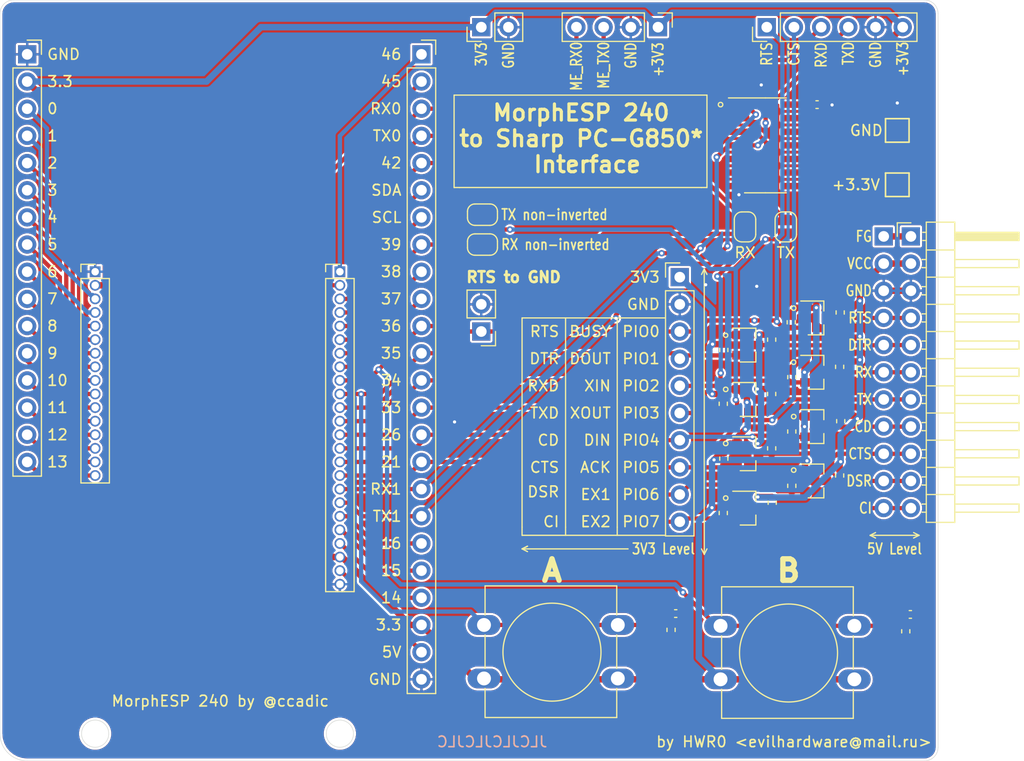
<source format=kicad_pcb>
(kicad_pcb (version 20171130) (host pcbnew "(5.1.8)-1")
  (title_block (title "MorphESP240 to Sharp PC-G850* Interface") (date 2020-11-22) (rev 1.0) (company evilhardware.com) (comment 1 "by HWR0 <evilhardware@mail.ru>") (comment 3 "MorphESP 240 by @ccadic aka Dr CADIC Philippe"))
  (layers (0 F.Cu signal) (31 B.Cu signal) (34 B.Paste user hide) (35 F.Paste user hide) (36 B.SilkS user hide) (37 F.SilkS user) (38 B.Mask user hide) (39 F.Mask user) (44 Edge.Cuts user hide))
  (net 0 "")
  (net 1 "Net-(J1-Pad1)")
  (net 2 "Net-(J1-Pad2)")
  (net 3 "Net-(J1-Pad6)")
  (net 4 "Net-(J1-Pad7)")
  (net 5 "Net-(J3-Pad16)")
  (net 6 "Net-(J3-Pad15)")
  (net 7 "Net-(J3-Pad14)")
  (net 8 "Net-(J3-Pad13)")
  (net 9 "Net-(J3-Pad12)")
  (net 10 "Net-(J3-Pad11)")
  (net 11 "Net-(J3-Pad10)")
  (net 12 "Net-(J3-Pad9)")
  (net 13 "Net-(J3-Pad8)")
  (net 14 "Net-(J3-Pad7)")
  (net 15 "Net-(J3-Pad6)")
  (net 16 "Net-(J3-Pad5)")
  (net 17 "Net-(J3-Pad4)")
  (net 18 "Net-(J3-Pad3)")
  (net 19 GND)
  (net 20 LV)
  (net 21 MRXD)
  (net 22 MTXD)
  (net 23 /IO41)
  (net 24 /IO39)
  (net 25 LRTS)
  (net 26 LDTR)
  (net 27 LCD)
  (net 28 LCTS)
  (net 29 LDSR)
  (net 30 LCI)
  (net 31 ILTXD)
  (net 32 ILRXD)
  (net 33 "Net-(J1-Pad19)")
  (net 34 "Net-(J1-Pad20)")
  (net 35 "Net-(J1-Pad21)")
  (net 36 "Net-(J1-Pad23)")
  (net 37 LTXD)
  (net 38 LRXD)
  (net 39 HCI)
  (net 40 HDSR)
  (net 41 HCTS)
  (net 42 HCD)
  (net 43 HTXD)
  (net 44 HRXD)
  (net 45 HDTR)
  (net 46 HRTS)
  (net 47 HV)
  (net 48 "Net-(J12-Pad1)")
  (net 49 "Net-(JPRXD1-Pad1)")
  (net 50 "Net-(JPTXD1-Pad2)")
  (net 51 BUTTONA)
  (net 52 BUTTONB)
  (module alex_misc:pokekon_slmask (layer F.Cu) (at 96.52 66.294)
    (fp_text reference G*** hide)
    (fp_text value LOGO hide)
  )
  (module Package_SO:SOIC-14_3.9x8.7mm_P1.27mm (layer F.Cu) (at 147.701 70.739)
    (fp_text reference U1 hide)
    (fp_text value 74HC04D)
    (pad 14 smd roundrect (at 2.475 -3.81) (size 1.95 0.6) (layers F.Cu F.Paste F.Mask) (net 20 LV))
    (pad 13 smd roundrect (at 2.475 -2.54) (size 1.95 0.6) (layers F.Cu F.Paste F.Mask))
    (pad 12 smd roundrect (at 2.475 -1.27) (size 1.95 0.6) (layers F.Cu F.Paste F.Mask))
    (pad 11 smd roundrect (at 2.475 0) (size 1.95 0.6) (layers F.Cu F.Paste F.Mask))
    (pad 10 smd roundrect (at 2.475 1.27) (size 1.95 0.6) (layers F.Cu F.Paste F.Mask))
    (pad 9 smd roundrect (at 2.475 2.54) (size 1.95 0.6) (layers F.Cu F.Paste F.Mask))
    (pad 8 smd roundrect (at 2.475 3.81) (size 1.95 0.6) (layers F.Cu F.Paste F.Mask))
    (pad 7 smd roundrect (at -2.475 3.81) (size 1.95 0.6) (layers F.Cu F.Paste F.Mask) (net 19 GND))
    (pad 6 smd roundrect (at -2.475 2.54) (size 1.95 0.6) (layers F.Cu F.Paste F.Mask))
    (pad 5 smd roundrect (at -2.475 1.27) (size 1.95 0.6) (layers F.Cu F.Paste F.Mask))
    (pad 4 smd roundrect (at -2.475 0) (size 1.95 0.6) (layers F.Cu F.Paste F.Mask) (net 31 ILTXD))
    (pad 3 smd roundrect (at -2.475 -1.27) (size 1.95 0.6) (layers F.Cu F.Paste F.Mask) (net 50 "Net-(JPTXD1-Pad2)"))
    (pad 2 smd roundrect (at -2.475 -2.54) (size 1.95 0.6) (layers F.Cu F.Paste F.Mask) (net 49 "Net-(JPRXD1-Pad1)"))
    (pad 1 smd roundrect (at -2.475 -3.81) (size 1.95 0.6) (layers F.Cu F.Paste F.Mask) (net 32 ILRXD))
  )
  (module Button_Switch_THT:SW_PUSH-12mm (layer F.Cu) (at 143.51 115.65)
    (fp_text reference SW2 hide)
    (fp_text value "Button B")
    (pad 2 thru_hole oval (at 0 5) (size 3.048 1.85) (drill 1.3) (layers *.Cu *.Mask) (net 20 LV))
    (pad 1 thru_hole oval (at 0 0) (size 3.048 1.85) (drill 1.3) (layers *.Cu *.Mask) (net 52 BUTTONB))
    (pad 2 thru_hole oval (at 12.5 5) (size 3.048 1.85) (drill 1.3) (layers *.Cu *.Mask) (net 20 LV))
    (pad 1 thru_hole oval (at 12.5 0) (size 3.048 1.85) (drill 1.3) (layers *.Cu *.Mask) (net 52 BUTTONB))
  )
  (module Button_Switch_THT:SW_PUSH-12mm (layer F.Cu) (at 121.412 115.57)
    (fp_text reference SW1 hide)
    (fp_text value "Button A")
    (pad 2 thru_hole oval (at 0 5) (size 3.048 1.85) (drill 1.3) (layers *.Cu *.Mask) (net 20 LV))
    (pad 1 thru_hole oval (at 0 0) (size 3.048 1.85) (drill 1.3) (layers *.Cu *.Mask) (net 51 BUTTONA))
    (pad 2 thru_hole oval (at 12.5 5) (size 3.048 1.85) (drill 1.3) (layers *.Cu *.Mask) (net 20 LV))
    (pad 1 thru_hole oval (at 12.5 0) (size 3.048 1.85) (drill 1.3) (layers *.Cu *.Mask) (net 51 BUTTONA))
  )
  (module Resistor_SMD:R_0402_1005Metric (layer F.Cu) (at 160.81208 116.16128 270)
    (fp_text reference R18 hide)
    (fp_text value 10K)
    (pad 2 smd roundrect (at 0.51 0 270) (size 0.54 0.64) (layers F.Cu F.Paste F.Mask) (net 19 GND))
    (pad 1 smd roundrect (at -0.51 0 270) (size 0.54 0.64) (layers F.Cu F.Paste F.Mask) (net 52 BUTTONB))
  )
  (module Resistor_SMD:R_0402_1005Metric (layer F.Cu) (at 138.887 116.029 270)
    (fp_text reference R17 hide)
    (fp_text value 10K)
    (pad 2 smd roundrect (at 0.51 0 270) (size 0.54 0.64) (layers F.Cu F.Paste F.Mask) (net 19 GND))
    (pad 1 smd roundrect (at -0.51 0 270) (size 0.54 0.64) (layers F.Cu F.Paste F.Mask) (net 51 BUTTONA))
  )
  (module Resistor_SMD:R_0402_1005Metric (layer F.Cu) (at 154.737 96.52 270)
    (fp_text reference R16 hide)
    (fp_text value 10K)
    (pad 2 smd roundrect (at 0.51 0 270) (size 0.54 0.64) (layers F.Cu F.Paste F.Mask) (net 42 HCD))
    (pad 1 smd roundrect (at -0.51 0 270) (size 0.54 0.64) (layers F.Cu F.Paste F.Mask) (net 47 HV))
  )
  (module Resistor_SMD:R_0402_1005Metric (layer F.Cu) (at 150.165 97.4852 270)
    (fp_text reference R15 hide)
    (fp_text value 10K)
    (pad 2 smd roundrect (at 0.51 0 270) (size 0.54 0.64) (layers F.Cu F.Paste F.Mask) (net 27 LCD))
    (pad 1 smd roundrect (at -0.51 0 270) (size 0.54 0.64) (layers F.Cu F.Paste F.Mask) (net 20 LV))
  )
  (module Resistor_SMD:R_0402_1005Metric (layer F.Cu) (at 154.635 101.598 270)
    (fp_text reference R14 hide)
    (fp_text value 10K)
    (pad 2 smd roundrect (at 0.51 0 270) (size 0.54 0.64) (layers F.Cu F.Paste F.Mask) (net 40 HDSR))
    (pad 1 smd roundrect (at -0.51 0 270) (size 0.54 0.64) (layers F.Cu F.Paste F.Mask) (net 47 HV))
  )
  (module Resistor_SMD:R_0402_1005Metric (layer F.Cu) (at 150.165 102.563 270)
    (fp_text reference R13 hide)
    (fp_text value 10K)
    (pad 2 smd roundrect (at 0.51 0 270) (size 0.54 0.64) (layers F.Cu F.Paste F.Mask) (net 29 LDSR))
    (pad 1 smd roundrect (at -0.51 0 270) (size 0.54 0.64) (layers F.Cu F.Paste F.Mask) (net 20 LV))
  )
  (module Resistor_SMD:R_0402_1005Metric (layer F.Cu) (at 148.285 93.978 270)
    (fp_text reference R12 hide)
    (fp_text value 10K)
    (pad 2 smd roundrect (at 0.51 0 270) (size 0.54 0.64) (layers F.Cu F.Paste F.Mask) (net 43 HTXD))
    (pad 1 smd roundrect (at -0.51 0 270) (size 0.54 0.64) (layers F.Cu F.Paste F.Mask) (net 47 HV))
  )
  (module Resistor_SMD:R_0402_1005Metric (layer F.Cu) (at 143.764 94.8944 270)
    (fp_text reference R11 hide)
    (fp_text value 10K)
    (pad 2 smd roundrect (at 0.51 0 270) (size 0.54 0.64) (layers F.Cu F.Paste F.Mask) (net 37 LTXD))
    (pad 1 smd roundrect (at -0.51 0 270) (size 0.54 0.64) (layers F.Cu F.Paste F.Mask) (net 20 LV))
  )
  (module Resistor_SMD:R_0402_1005Metric (layer F.Cu) (at 154.635 91.44 270)
    (fp_text reference R10 hide)
    (fp_text value 10K)
    (pad 2 smd roundrect (at 0.51 0 270) (size 0.54 0.64) (layers F.Cu F.Paste F.Mask) (net 44 HRXD))
    (pad 1 smd roundrect (at -0.51 0 270) (size 0.54 0.64) (layers F.Cu F.Paste F.Mask) (net 47 HV))
  )
  (module Resistor_SMD:R_0402_1005Metric (layer F.Cu) (at 150.165 92.4052 270)
    (fp_text reference R9 hide)
    (fp_text value 10K)
    (pad 2 smd roundrect (at 0.51 0 270) (size 0.54 0.64) (layers F.Cu F.Paste F.Mask) (net 38 LRXD))
    (pad 1 smd roundrect (at -0.51 0 270) (size 0.54 0.64) (layers F.Cu F.Paste F.Mask) (net 20 LV))
  )
  (module Resistor_SMD:R_0402_1005Metric (layer F.Cu) (at 148.336 104.138 270)
    (fp_text reference R8 hide)
    (fp_text value 10K)
    (pad 2 smd roundrect (at 0.51 0 270) (size 0.54 0.64) (layers F.Cu F.Paste F.Mask) (net 39 HCI))
    (pad 1 smd roundrect (at -0.51 0 270) (size 0.54 0.64) (layers F.Cu F.Paste F.Mask) (net 47 HV))
  )
  (module Resistor_SMD:R_0402_1005Metric (layer F.Cu) (at 148.285 88.9 270)
    (fp_text reference R7 hide)
    (fp_text value 10K)
    (pad 2 smd roundrect (at 0.51 0 270) (size 0.54 0.64) (layers F.Cu F.Paste F.Mask) (net 45 HDTR))
    (pad 1 smd roundrect (at -0.51 0 270) (size 0.54 0.64) (layers F.Cu F.Paste F.Mask) (net 47 HV))
  )
  (module Resistor_SMD:R_0402_1005Metric (layer F.Cu) (at 143.764 105.105 270)
    (fp_text reference R6 hide)
    (fp_text value 10K)
    (pad 2 smd roundrect (at 0.51 0 270) (size 0.54 0.64) (layers F.Cu F.Paste F.Mask) (net 30 LCI))
    (pad 1 smd roundrect (at -0.51 0 270) (size 0.54 0.64) (layers F.Cu F.Paste F.Mask) (net 20 LV))
  )
  (module Resistor_SMD:R_0402_1005Metric (layer F.Cu) (at 143.815 89.8652 270)
    (fp_text reference R5 hide)
    (fp_text value 10K)
    (pad 2 smd roundrect (at 0.51 0 270) (size 0.54 0.64) (layers F.Cu F.Paste F.Mask) (net 26 LDTR))
    (pad 1 smd roundrect (at -0.51 0 270) (size 0.54 0.64) (layers F.Cu F.Paste F.Mask) (net 20 LV))
  )
  (module Resistor_SMD:R_0402_1005Metric (layer F.Cu) (at 148.285 99.06 270)
    (fp_text reference R4 hide)
    (fp_text value 10K)
    (pad 2 smd roundrect (at 0.51 0 270) (size 0.54 0.64) (layers F.Cu F.Paste F.Mask) (net 41 HCTS))
    (pad 1 smd roundrect (at -0.51 0 270) (size 0.54 0.64) (layers F.Cu F.Paste F.Mask) (net 47 HV))
  )
  (module Resistor_SMD:R_0402_1005Metric (layer F.Cu) (at 154.686 86.36 270)
    (fp_text reference R3 hide)
    (fp_text value 10K)
    (pad 2 smd roundrect (at 0.51 0 270) (size 0.54 0.64) (layers F.Cu F.Paste F.Mask) (net 46 HRTS))
    (pad 1 smd roundrect (at -0.51 0 270) (size 0.54 0.64) (layers F.Cu F.Paste F.Mask) (net 47 HV))
  )
  (module Resistor_SMD:R_0402_1005Metric (layer F.Cu) (at 143.815 100.025 270)
    (fp_text reference R2 hide)
    (fp_text value 10K)
    (pad 2 smd roundrect (at 0.51 0 270) (size 0.54 0.64) (layers F.Cu F.Paste F.Mask) (net 28 LCTS))
    (pad 1 smd roundrect (at -0.51 0 270) (size 0.54 0.64) (layers F.Cu F.Paste F.Mask) (net 20 LV))
  )
  (module Resistor_SMD:R_0402_1005Metric (layer F.Cu) (at 150.114 87.2744 270)
    (fp_text reference R1 hide)
    (fp_text value 10K)
    (pad 2 smd roundrect (at 0.51 0 270) (size 0.54 0.64) (layers F.Cu F.Paste F.Mask) (net 25 LRTS))
    (pad 1 smd roundrect (at -0.51 0 270) (size 0.54 0.64) (layers F.Cu F.Paste F.Mask) (net 20 LV))
  )
  (module Package_TO_SOT_SMD:SOT-23 (layer F.Cu) (at 152.4 97.028)
    (fp_text reference Q8 hide)
    (fp_text value BSS138)
    (pad 3 smd rect (at 1 0) (size 0.9 0.8) (layers F.Cu F.Paste F.Mask) (net 42 HCD))
    (pad 2 smd rect (at -1 0.95) (size 0.9 0.8) (layers F.Cu F.Paste F.Mask) (net 27 LCD))
    (pad 1 smd rect (at -1 -0.95) (size 0.9 0.8) (layers F.Cu F.Paste F.Mask) (net 20 LV))
  )
  (module Package_TO_SOT_SMD:SOT-23 (layer F.Cu) (at 152.4 102.108)
    (fp_text reference Q7 hide)
    (fp_text value BSS138)
    (pad 3 smd rect (at 1 0) (size 0.9 0.8) (layers F.Cu F.Paste F.Mask) (net 40 HDSR))
    (pad 2 smd rect (at -1 0.95) (size 0.9 0.8) (layers F.Cu F.Paste F.Mask) (net 29 LDSR))
    (pad 1 smd rect (at -1 -0.95) (size 0.9 0.8) (layers F.Cu F.Paste F.Mask) (net 20 LV))
  )
  (module Package_TO_SOT_SMD:SOT-23 (layer F.Cu) (at 146.05 94.488)
    (fp_text reference Q6 hide)
    (fp_text value BSS138)
    (pad 3 smd rect (at 1 0) (size 0.9 0.8) (layers F.Cu F.Paste F.Mask) (net 43 HTXD))
    (pad 2 smd rect (at -1 0.95) (size 0.9 0.8) (layers F.Cu F.Paste F.Mask) (net 37 LTXD))
    (pad 1 smd rect (at -1 -0.95) (size 0.9 0.8) (layers F.Cu F.Paste F.Mask) (net 20 LV))
  )
  (module Package_TO_SOT_SMD:SOT-23 (layer F.Cu) (at 152.4 91.948)
    (fp_text reference Q5 hide)
    (fp_text value BSS138)
    (pad 3 smd rect (at 1 0) (size 0.9 0.8) (layers F.Cu F.Paste F.Mask) (net 44 HRXD))
    (pad 2 smd rect (at -1 0.95) (size 0.9 0.8) (layers F.Cu F.Paste F.Mask) (net 38 LRXD))
    (pad 1 smd rect (at -1 -0.95) (size 0.9 0.8) (layers F.Cu F.Paste F.Mask) (net 20 LV))
  )
  (module Package_TO_SOT_SMD:SOT-23 (layer F.Cu) (at 146.05 104.648)
    (fp_text reference Q4 hide)
    (fp_text value BSS138)
    (pad 3 smd rect (at 1 0) (size 0.9 0.8) (layers F.Cu F.Paste F.Mask) (net 39 HCI))
    (pad 2 smd rect (at -1 0.95) (size 0.9 0.8) (layers F.Cu F.Paste F.Mask) (net 30 LCI))
    (pad 1 smd rect (at -1 -0.95) (size 0.9 0.8) (layers F.Cu F.Paste F.Mask) (net 20 LV))
  )
  (module Package_TO_SOT_SMD:SOT-23 (layer F.Cu) (at 146.05 89.408)
    (fp_text reference Q3 hide)
    (fp_text value BSS138)
    (pad 3 smd rect (at 1 0) (size 0.9 0.8) (layers F.Cu F.Paste F.Mask) (net 45 HDTR))
    (pad 2 smd rect (at -1 0.95) (size 0.9 0.8) (layers F.Cu F.Paste F.Mask) (net 26 LDTR))
    (pad 1 smd rect (at -1 -0.95) (size 0.9 0.8) (layers F.Cu F.Paste F.Mask) (net 20 LV))
  )
  (module Package_TO_SOT_SMD:SOT-23 (layer F.Cu) (at 146.05 99.568)
    (fp_text reference Q2 hide)
    (fp_text value BSS138)
    (pad 3 smd rect (at 1 0) (size 0.9 0.8) (layers F.Cu F.Paste F.Mask) (net 41 HCTS))
    (pad 2 smd rect (at -1 0.95) (size 0.9 0.8) (layers F.Cu F.Paste F.Mask) (net 28 LCTS))
    (pad 1 smd rect (at -1 -0.95) (size 0.9 0.8) (layers F.Cu F.Paste F.Mask) (net 20 LV))
  )
  (module Package_TO_SOT_SMD:SOT-23 (layer F.Cu) (at 152.4 86.868)
    (fp_text reference Q1 hide)
    (fp_text value BSS138)
    (pad 3 smd rect (at 1 0) (size 0.9 0.8) (layers F.Cu F.Paste F.Mask) (net 46 HRTS))
    (pad 2 smd rect (at -1 0.95) (size 0.9 0.8) (layers F.Cu F.Paste F.Mask) (net 25 LRTS))
    (pad 1 smd rect (at -1 -0.95) (size 0.9 0.8) (layers F.Cu F.Paste F.Mask) (net 20 LV))
  )
  (module Jumper:SolderJumper-2_P1.3mm_Open_RoundedPad1.0x1.5mm (layer F.Cu) (at 149.606 78.359 90)
    (fp_text reference JPTXD1 hide)
    (fp_text value SolderJumper_2_Open)
    (pad 2 smd custom (at 0.65 0 90) (size 1 0.5) (layers F.Cu F.Mask) (net 50 "Net-(JPTXD1-Pad2)") (options (clearance outline) (anchor rect)) (primitives (gr_circle (center 0 0.25) (end 0.5 0.25) (width 0)) (gr_circle (center 0 -0.25) (end 0.5 -0.25) (width 0)) (gr_poly (pts (xy 0 -0.75) (xy -0.5 -0.75) (xy -0.5 0.75) (xy 0 0.75)) (width 0))))
    (pad 1 smd custom (at -0.65 0 90) (size 1 0.5) (layers F.Cu F.Mask) (net 37 LTXD) (options (clearance outline) (anchor rect)) (primitives (gr_circle (center 0 0.25) (end 0.5 0.25) (width 0)) (gr_circle (center 0 -0.25) (end 0.5 -0.25) (width 0)) (gr_poly (pts (xy 0 -0.75) (xy 0.5 -0.75) (xy 0.5 0.75) (xy 0 0.75)) (width 0))))
  )
  (module Jumper:SolderJumper-2_P1.3mm_Open_RoundedPad1.0x1.5mm (layer F.Cu) (at 145.796 78.359 270)
    (fp_text reference JPRXD1 hide)
    (fp_text value SolderJumper_2_Open)
    (pad 2 smd custom (at 0.65 0 270) (size 1 0.5) (layers F.Cu F.Mask) (net 38 LRXD) (options (clearance outline) (anchor rect)) (primitives (gr_circle (center 0 0.25) (end 0.5 0.25) (width 0)) (gr_circle (center 0 -0.25) (end 0.5 -0.25) (width 0)) (gr_poly (pts (xy 0 -0.75) (xy -0.5 -0.75) (xy -0.5 0.75) (xy 0 0.75)) (width 0))))
    (pad 1 smd custom (at -0.65 0 270) (size 1 0.5) (layers F.Cu F.Mask) (net 49 "Net-(JPRXD1-Pad1)") (options (clearance outline) (anchor rect)) (primitives (gr_circle (center 0 0.25) (end 0.5 0.25) (width 0)) (gr_circle (center 0 -0.25) (end 0.5 -0.25) (width 0)) (gr_poly (pts (xy 0 -0.75) (xy 0.5 -0.75) (xy 0.5 0.75) (xy 0 0.75)) (width 0))))
  )
  (module Jumper:SolderJumper-2_P1.3mm_Open_RoundedPad1.0x1.5mm (layer F.Cu) (at 121.27 77.216)
    (fp_text reference JPLTXD1 hide)
    (fp_text value SolderJumper_2_Open)
    (pad 2 smd custom (at 0.65 0) (size 1 0.5) (layers F.Cu F.Mask) (net 37 LTXD) (options (clearance outline) (anchor rect)) (primitives (gr_circle (center 0 0.25) (end 0.5 0.25) (width 0)) (gr_circle (center 0 -0.25) (end 0.5 -0.25) (width 0)) (gr_poly (pts (xy 0 -0.75) (xy -0.5 -0.75) (xy -0.5 0.75) (xy 0 0.75)) (width 0))))
    (pad 1 smd custom (at -0.65 0) (size 1 0.5) (layers F.Cu F.Mask) (net 23 /IO41) (options (clearance outline) (anchor rect)) (primitives (gr_circle (center 0 0.25) (end 0.5 0.25) (width 0)) (gr_circle (center 0 -0.25) (end 0.5 -0.25) (width 0)) (gr_poly (pts (xy 0 -0.75) (xy 0.5 -0.75) (xy 0.5 0.75) (xy 0 0.75)) (width 0))))
  )
  (module Jumper:SolderJumper-2_P1.3mm_Open_RoundedPad1.0x1.5mm (layer F.Cu) (at 121.27 80.01)
    (fp_text reference JPLRXD1 hide)
    (fp_text value SolderJumper_2_Open)
    (pad 2 smd custom (at 0.65 0) (size 1 0.5) (layers F.Cu F.Mask) (net 38 LRXD) (options (clearance outline) (anchor rect)) (primitives (gr_circle (center 0 0.25) (end 0.5 0.25) (width 0)) (gr_circle (center 0 -0.25) (end 0.5 -0.25) (width 0)) (gr_poly (pts (xy 0 -0.75) (xy -0.5 -0.75) (xy -0.5 0.75) (xy 0 0.75)) (width 0))))
    (pad 1 smd custom (at -0.65 0) (size 1 0.5) (layers F.Cu F.Mask) (net 24 /IO39) (options (clearance outline) (anchor rect)) (primitives (gr_circle (center 0 0.25) (end 0.5 0.25) (width 0)) (gr_circle (center 0 -0.25) (end 0.5 -0.25) (width 0)) (gr_poly (pts (xy 0 -0.75) (xy 0.5 -0.75) (xy 0.5 0.75) (xy 0 0.75)) (width 0))))
  )
  (module Connector_PinHeader_2.54mm:PinHeader_1x11_P2.54mm_Horizontal (layer F.Cu) (at 161.29 79.248)
    (fp_text reference J13 hide)
    (fp_text value Conn_01x11_Male)
    (pad 11 thru_hole oval (at 0 25.4) (size 1.7 1.7) (drill 1) (layers *.Cu *.Mask) (net 39 HCI))
    (pad 10 thru_hole oval (at 0 22.86) (size 1.7 1.7) (drill 1) (layers *.Cu *.Mask) (net 40 HDSR))
    (pad 9 thru_hole oval (at 0 20.32) (size 1.7 1.7) (drill 1) (layers *.Cu *.Mask) (net 41 HCTS))
    (pad 8 thru_hole oval (at 0 17.78) (size 1.7 1.7) (drill 1) (layers *.Cu *.Mask) (net 42 HCD))
    (pad 7 thru_hole oval (at 0 15.24) (size 1.7 1.7) (drill 1) (layers *.Cu *.Mask) (net 43 HTXD))
    (pad 6 thru_hole oval (at 0 12.7) (size 1.7 1.7) (drill 1) (layers *.Cu *.Mask) (net 44 HRXD))
    (pad 5 thru_hole oval (at 0 10.16) (size 1.7 1.7) (drill 1) (layers *.Cu *.Mask) (net 45 HDTR))
    (pad 4 thru_hole oval (at 0 7.62) (size 1.7 1.7) (drill 1) (layers *.Cu *.Mask) (net 46 HRTS))
    (pad 3 thru_hole oval (at 0 5.08) (size 1.7 1.7) (drill 1) (layers *.Cu *.Mask) (net 19 GND))
    (pad 2 thru_hole oval (at 0 2.54) (size 1.7 1.7) (drill 1) (layers *.Cu *.Mask) (net 47 HV))
    (pad 1 thru_hole rect (at 0 0) (size 1.7 1.7) (drill 1) (layers *.Cu *.Mask) (net 48 "Net-(J12-Pad1)"))
  )
  (module hwreverse:BreadBoard_2.54mm_1x11 (layer F.Cu) (at 158.75 79.248)
    (fp_text reference J12 hide)
    (fp_text value CNDup)
    (pad 11 thru_hole oval (at 0 25.4) (size 1.7 1.7) (drill 1) (layers *.Cu *.Mask) (net 39 HCI))
    (pad 10 thru_hole oval (at 0 22.86) (size 1.7 1.7) (drill 1) (layers *.Cu *.Mask) (net 40 HDSR))
    (pad 9 thru_hole oval (at 0 20.32) (size 1.7 1.7) (drill 1) (layers *.Cu *.Mask) (net 41 HCTS))
    (pad 8 thru_hole oval (at 0 17.78) (size 1.7 1.7) (drill 1) (layers *.Cu *.Mask) (net 42 HCD))
    (pad 7 thru_hole oval (at 0 15.24) (size 1.7 1.7) (drill 1) (layers *.Cu *.Mask) (net 43 HTXD))
    (pad 6 thru_hole oval (at 0 12.7) (size 1.7 1.7) (drill 1) (layers *.Cu *.Mask) (net 44 HRXD))
    (pad 5 thru_hole oval (at 0 10.16) (size 1.7 1.7) (drill 1) (layers *.Cu *.Mask) (net 45 HDTR))
    (pad 4 thru_hole oval (at 0 7.62) (size 1.7 1.7) (drill 1) (layers *.Cu *.Mask) (net 46 HRTS))
    (pad 3 thru_hole oval (at 0 5.08) (size 1.7 1.7) (drill 1) (layers *.Cu *.Mask) (net 19 GND))
    (pad 2 thru_hole oval (at 0 2.54) (size 1.7 1.7) (drill 1) (layers *.Cu *.Mask) (net 47 HV))
    (pad 1 thru_hole rect (at 0 0) (size 1.7 1.7) (drill 1) (layers *.Cu *.Mask) (net 48 "Net-(J12-Pad1)"))
  )
  (module Connector_PinHeader_2.54mm:PinHeader_1x06_P2.54mm_Vertical (layer F.Cu) (at 147.828 59.69 90)
    (fp_text reference J11 hide)
    (fp_text value "3.3V Calculator Serial Output")
    (pad 6 thru_hole oval (at 0 12.7 90) (size 1.7 1.7) (drill 1) (layers *.Cu *.Mask) (net 20 LV))
    (pad 5 thru_hole oval (at 0 10.16 90) (size 1.7 1.7) (drill 1) (layers *.Cu *.Mask) (net 19 GND))
    (pad 4 thru_hole oval (at 0 7.62 90) (size 1.7 1.7) (drill 1) (layers *.Cu *.Mask) (net 31 ILTXD))
    (pad 3 thru_hole oval (at 0 5.08 90) (size 1.7 1.7) (drill 1) (layers *.Cu *.Mask) (net 32 ILRXD))
    (pad 2 thru_hole oval (at 0 2.54 90) (size 1.7 1.7) (drill 1) (layers *.Cu *.Mask) (net 28 LCTS))
    (pad 1 thru_hole rect (at 0 0 90) (size 1.7 1.7) (drill 1) (layers *.Cu *.Mask) (net 25 LRTS))
  )
  (module Connector_PinHeader_2.54mm:PinHeader_1x10_P2.54mm_Vertical (layer F.Cu) (at 139.7 83.058)
    (fp_text reference J10 hide)
    (fp_text value Conn_01x10_Male)
    (pad 10 thru_hole oval (at 0 22.86) (size 1.7 1.7) (drill 1) (layers *.Cu *.Mask) (net 30 LCI))
    (pad 9 thru_hole oval (at 0 20.32) (size 1.7 1.7) (drill 1) (layers *.Cu *.Mask) (net 29 LDSR))
    (pad 8 thru_hole oval (at 0 17.78) (size 1.7 1.7) (drill 1) (layers *.Cu *.Mask) (net 28 LCTS))
    (pad 7 thru_hole oval (at 0 15.24) (size 1.7 1.7) (drill 1) (layers *.Cu *.Mask) (net 27 LCD))
    (pad 6 thru_hole oval (at 0 12.7) (size 1.7 1.7) (drill 1) (layers *.Cu *.Mask) (net 37 LTXD))
    (pad 5 thru_hole oval (at 0 10.16) (size 1.7 1.7) (drill 1) (layers *.Cu *.Mask) (net 38 LRXD))
    (pad 4 thru_hole oval (at 0 7.62) (size 1.7 1.7) (drill 1) (layers *.Cu *.Mask) (net 26 LDTR))
    (pad 3 thru_hole oval (at 0 5.08) (size 1.7 1.7) (drill 1) (layers *.Cu *.Mask) (net 25 LRTS))
    (pad 2 thru_hole oval (at 0 2.54) (size 1.7 1.7) (drill 1) (layers *.Cu *.Mask) (net 19 GND))
    (pad 1 thru_hole rect (at 0 0) (size 1.7 1.7) (drill 1) (layers *.Cu *.Mask) (net 20 LV))
  )
  (module Connector_PinHeader_2.54mm:PinHeader_1x02_P2.54mm_Vertical (layer F.Cu) (at 121.158 88.138 180)
    (fp_text reference J9 hide)
    (fp_text value "RTS to Ground Jumper")
    (pad 2 thru_hole oval (at 0 2.54 180) (size 1.7 1.7) (drill 1) (layers *.Cu *.Mask) (net 19 GND))
    (pad 1 thru_hole rect (at 0 0 180) (size 1.7 1.7) (drill 1) (layers *.Cu *.Mask) (net 25 LRTS))
  )
  (module Connector_PinHeader_2.54mm:PinHeader_1x04_P2.54mm_Vertical (layer F.Cu) (at 137.668 59.69 270)
    (fp_text reference J8 hide)
    (fp_text value "RXD0/TXD0 from MorphESP32 240")
    (pad 4 thru_hole oval (at 0 7.62 270) (size 1.7 1.7) (drill 1) (layers *.Cu *.Mask) (net 21 MRXD))
    (pad 3 thru_hole oval (at 0 5.08 270) (size 1.7 1.7) (drill 1) (layers *.Cu *.Mask) (net 22 MTXD))
    (pad 2 thru_hole oval (at 0 2.54 270) (size 1.7 1.7) (drill 1) (layers *.Cu *.Mask) (net 19 GND))
    (pad 1 thru_hole rect (at 0 0 270) (size 1.7 1.7) (drill 1) (layers *.Cu *.Mask) (net 20 LV))
  )
  (module hwreverse:SolidPad_4x4mm_2x2mmCore (layer F.Cu) (at 160.02 74.422)
    (fp_text reference J7 hide)
    (fp_text value SolidPad-Connector)
    (pad ~ smd custom (at 0 0) (size 2 2) (layers F.Cu) (net 20 LV) (options (clearance outline) (anchor rect)) (primitives (gr_poly (pts (xy -2 0.2) (xy -2 -0.2) (xy 0 -0.2) (xy 0 0.2)) (width 0.1)) (gr_poly (pts (xy -2 2) (xy -2 1.4) (xy 2 1.4) (xy 2 2)) (width 0.1)) (gr_poly (pts (xy -0.2 0) (xy -0.2 -2) (xy 0.2 -2) (xy 0.2 0)) (width 0.1)) (gr_poly (pts (xy 0 0.2) (xy 0 -0.2) (xy 2 -0.2) (xy 2 0.2)) (width 0.1)) (gr_poly (pts (xy -2 -2) (xy -2 -1.4) (xy 2 -1.4) (xy 2 -2)) (width 0.1)) (gr_poly (pts (xy -2 -2) (xy -1.4 -2) (xy -1.4 2) (xy -2 2)) (width 0.1)) (gr_poly (pts (xy 2 -2) (xy 1.4 -2) (xy 1.4 2) (xy 2 2)) (width 0.1)) (gr_poly (pts (xy -0.2 2) (xy -0.2 0) (xy 0.2 0) (xy 0.2 2)) (width 0.1))))
  )
  (module Connector_PinHeader_2.54mm:PinHeader_1x02_P2.54mm_Vertical (layer F.Cu) (at 121.158 59.69 90)
    (fp_text reference J6 hide)
    (fp_text value "3.3V Connector")
    (pad 2 thru_hole oval (at 0 2.54 90) (size 1.7 1.7) (drill 1) (layers *.Cu *.Mask) (net 19 GND))
    (pad 1 thru_hole rect (at 0 0 90) (size 1.7 1.7) (drill 1) (layers *.Cu *.Mask) (net 20 LV))
  )
  (module hwreverse:SolidPad_4x4mm_2x2mmCore (layer F.Cu) (at 160.02 69.342)
    (fp_text reference J5 hide)
    (fp_text value SolidPad-Connector)
    (pad ~ smd custom (at 0 0) (size 2 2) (layers F.Cu) (net 19 GND) (options (clearance outline) (anchor rect)) (primitives (gr_poly (pts (xy -2 0.2) (xy -2 -0.2) (xy 0 -0.2) (xy 0 0.2)) (width 0.1)) (gr_poly (pts (xy -2 2) (xy -2 1.4) (xy 2 1.4) (xy 2 2)) (width 0.1)) (gr_poly (pts (xy -0.2 0) (xy -0.2 -2) (xy 0.2 -2) (xy 0.2 0)) (width 0.1)) (gr_poly (pts (xy 0 0.2) (xy 0 -0.2) (xy 2 -0.2) (xy 2 0.2)) (width 0.1)) (gr_poly (pts (xy -2 -2) (xy -2 -1.4) (xy 2 -1.4) (xy 2 -2)) (width 0.1)) (gr_poly (pts (xy -2 -2) (xy -1.4 -2) (xy -1.4 2) (xy -2 2)) (width 0.1)) (gr_poly (pts (xy 2 -2) (xy 1.4 -2) (xy 1.4 2) (xy 2 2)) (width 0.1)) (gr_poly (pts (xy -0.2 2) (xy -0.2 0) (xy 0.2 0) (xy 0.2 2)) (width 0.1))))
  )
  (module Capacitor_SMD:C_0402_1005Metric (layer F.Cu) (at 161.24208 114.58428)
    (fp_text reference C3 hide)
    (fp_text value 100nF)
    (pad 2 smd roundrect (at 0.48 0) (size 0.56 0.62) (layers F.Cu F.Paste F.Mask) (net 19 GND))
    (pad 1 smd roundrect (at -0.48 0) (size 0.56 0.62) (layers F.Cu F.Paste F.Mask) (net 52 BUTTONB))
  )
  (module Capacitor_SMD:C_0402_1005Metric (layer F.Cu) (at 139.322 114.503)
    (fp_text reference C2 hide)
    (fp_text value 100nF)
    (pad 2 smd roundrect (at 0.48 0) (size 0.56 0.62) (layers F.Cu F.Paste F.Mask) (net 19 GND))
    (pad 1 smd roundrect (at -0.48 0) (size 0.56 0.62) (layers F.Cu F.Paste F.Mask) (net 51 BUTTONA))
  )
  (module Capacitor_SMD:C_0402_1005Metric (layer F.Cu) (at 152.527 66.929)
    (fp_text reference C1 hide)
    (fp_text value 100nF)
    (pad 2 smd roundrect (at 0.48 0) (size 0.56 0.62) (layers F.Cu F.Paste F.Mask) (net 19 GND))
    (pad 1 smd roundrect (at -0.48 0) (size 0.56 0.62) (layers F.Cu F.Paste F.Mask) (net 20 LV))
  )
  (module Socket_Strips:Socket_Strip_Straight_1x16_Pitch1.27mm (layer F.Cu) (at 85.09 82.55)
    (fp_text reference J3 hide)
    (fp_text value "1.27P CNX")
    (pad 16 thru_hole oval (at 0 19.05) (size 1 1) (drill 0.7) (layers *.Cu *.Mask) (net 5 "Net-(J3-Pad16)"))
    (pad 15 thru_hole oval (at 0 17.78) (size 1 1) (drill 0.7) (layers *.Cu *.Mask) (net 6 "Net-(J3-Pad15)"))
    (pad 14 thru_hole oval (at 0 16.51) (size 1 1) (drill 0.7) (layers *.Cu *.Mask) (net 7 "Net-(J3-Pad14)"))
    (pad 13 thru_hole oval (at 0 15.24) (size 1 1) (drill 0.7) (layers *.Cu *.Mask) (net 8 "Net-(J3-Pad13)"))
    (pad 12 thru_hole oval (at 0 13.97) (size 1 1) (drill 0.7) (layers *.Cu *.Mask) (net 9 "Net-(J3-Pad12)"))
    (pad 11 thru_hole oval (at 0 12.7) (size 1 1) (drill 0.7) (layers *.Cu *.Mask) (net 10 "Net-(J3-Pad11)"))
    (pad 10 thru_hole oval (at 0 11.43) (size 1 1) (drill 0.7) (layers *.Cu *.Mask) (net 11 "Net-(J3-Pad10)"))
    (pad 9 thru_hole oval (at 0 10.16) (size 1 1) (drill 0.7) (layers *.Cu *.Mask) (net 12 "Net-(J3-Pad9)"))
    (pad 8 thru_hole oval (at 0 8.89) (size 1 1) (drill 0.7) (layers *.Cu *.Mask) (net 13 "Net-(J3-Pad8)"))
    (pad 7 thru_hole oval (at 0 7.62) (size 1 1) (drill 0.7) (layers *.Cu *.Mask) (net 14 "Net-(J3-Pad7)"))
    (pad 6 thru_hole oval (at 0 6.35) (size 1 1) (drill 0.7) (layers *.Cu *.Mask) (net 15 "Net-(J3-Pad6)"))
    (pad 5 thru_hole oval (at 0 5.08) (size 1 1) (drill 0.7) (layers *.Cu *.Mask) (net 16 "Net-(J3-Pad5)"))
    (pad 4 thru_hole oval (at 0 3.81) (size 1 1) (drill 0.7) (layers *.Cu *.Mask) (net 17 "Net-(J3-Pad4)"))
    (pad 3 thru_hole oval (at 0 2.54) (size 1 1) (drill 0.7) (layers *.Cu *.Mask) (net 18 "Net-(J3-Pad3)"))
    (pad 2 thru_hole oval (at 0 1.27) (size 1 1) (drill 0.7) (layers *.Cu *.Mask) (net 20 LV))
    (pad 1 thru_hole rect (at 0 0) (size 1 1) (drill 0.7) (layers *.Cu *.Mask) (net 19 GND))
  )
  (module Socket_Strips:Socket_Strip_Straight_1x24_Pitch1.27mm (layer F.Cu) (at 107.95 82.55)
    (fp_text reference J2 hide)
    (fp_text value "1.27P CNX")
    (pad 24 thru_hole oval (at 0 29.21) (size 1 1) (drill 0.7) (layers *.Cu *.Mask) (net 19 GND))
    (pad 23 thru_hole oval (at 0 27.94) (size 1 1) (drill 0.7) (layers *.Cu *.Mask) (net 36 "Net-(J1-Pad23)"))
    (pad 22 thru_hole oval (at 0 26.67) (size 1 1) (drill 0.7) (layers *.Cu *.Mask) (net 20 LV))
    (pad 21 thru_hole oval (at 0 25.4) (size 1 1) (drill 0.7) (layers *.Cu *.Mask) (net 35 "Net-(J1-Pad21)"))
    (pad 20 thru_hole oval (at 0 24.13) (size 1 1) (drill 0.7) (layers *.Cu *.Mask) (net 34 "Net-(J1-Pad20)"))
    (pad 19 thru_hole oval (at 0 22.86) (size 1 1) (drill 0.7) (layers *.Cu *.Mask) (net 33 "Net-(J1-Pad19)"))
    (pad 18 thru_hole oval (at 0 21.59) (size 1 1) (drill 0.7) (layers *.Cu *.Mask) (net 32 ILRXD))
    (pad 17 thru_hole oval (at 0 20.32) (size 1 1) (drill 0.7) (layers *.Cu *.Mask) (net 31 ILTXD))
    (pad 16 thru_hole oval (at 0 19.05) (size 1 1) (drill 0.7) (layers *.Cu *.Mask) (net 30 LCI))
    (pad 15 thru_hole oval (at 0 17.78) (size 1 1) (drill 0.7) (layers *.Cu *.Mask) (net 29 LDSR))
    (pad 14 thru_hole oval (at 0 16.51) (size 1 1) (drill 0.7) (layers *.Cu *.Mask) (net 28 LCTS))
    (pad 13 thru_hole oval (at 0 15.24) (size 1 1) (drill 0.7) (layers *.Cu *.Mask) (net 27 LCD))
    (pad 12 thru_hole oval (at 0 13.97) (size 1 1) (drill 0.7) (layers *.Cu *.Mask) (net 26 LDTR))
    (pad 11 thru_hole oval (at 0 12.7) (size 1 1) (drill 0.7) (layers *.Cu *.Mask) (net 25 LRTS))
    (pad 10 thru_hole oval (at 0 11.43) (size 1 1) (drill 0.7) (layers *.Cu *.Mask) (net 51 BUTTONA))
    (pad 9 thru_hole oval (at 0 10.16) (size 1 1) (drill 0.7) (layers *.Cu *.Mask) (net 52 BUTTONB))
    (pad 8 thru_hole oval (at 0 8.89) (size 1 1) (drill 0.7) (layers *.Cu *.Mask) (net 24 /IO39))
    (pad 7 thru_hole oval (at 0 7.62) (size 1 1) (drill 0.7) (layers *.Cu *.Mask) (net 4 "Net-(J1-Pad7)"))
    (pad 6 thru_hole oval (at 0 6.35) (size 1 1) (drill 0.7) (layers *.Cu *.Mask) (net 3 "Net-(J1-Pad6)"))
    (pad 5 thru_hole oval (at 0 5.08) (size 1 1) (drill 0.7) (layers *.Cu *.Mask) (net 23 /IO41))
    (pad 4 thru_hole oval (at 0 3.81) (size 1 1) (drill 0.7) (layers *.Cu *.Mask) (net 22 MTXD))
    (pad 3 thru_hole oval (at 0 2.54) (size 1 1) (drill 0.7) (layers *.Cu *.Mask) (net 21 MRXD))
    (pad 2 thru_hole oval (at 0 1.27) (size 1 1) (drill 0.7) (layers *.Cu *.Mask) (net 2 "Net-(J1-Pad2)"))
    (pad 1 thru_hole rect (at 0 0) (size 1 1) (drill 0.7) (layers *.Cu *.Mask) (net 1 "Net-(J1-Pad1)"))
  )
  (module Connector_PinSocket_2.54mm:PinSocket_1x24_P2.54mm_Vertical (layer F.Cu) (at 115.57 62.23)
    (fp_text reference J1 hide)
    (fp_text value "2.54P CNX")
    (pad 1 thru_hole rect (at 0 0) (size 1.7 1.7) (drill 1) (layers *.Cu *.Mask) (net 1 "Net-(J1-Pad1)"))
    (pad 2 thru_hole oval (at 0 2.54) (size 1.7 1.7) (drill 1) (layers *.Cu *.Mask) (net 2 "Net-(J1-Pad2)"))
    (pad 3 thru_hole oval (at 0 5.08) (size 1.7 1.7) (drill 1) (layers *.Cu *.Mask) (net 21 MRXD))
    (pad 4 thru_hole oval (at 0 7.62) (size 1.7 1.7) (drill 1) (layers *.Cu *.Mask) (net 22 MTXD))
    (pad 5 thru_hole oval (at 0 10.16) (size 1.7 1.7) (drill 1) (layers *.Cu *.Mask) (net 23 /IO41))
    (pad 6 thru_hole oval (at 0 12.7) (size 1.7 1.7) (drill 1) (layers *.Cu *.Mask) (net 3 "Net-(J1-Pad6)"))
    (pad 7 thru_hole oval (at 0 15.24) (size 1.7 1.7) (drill 1) (layers *.Cu *.Mask) (net 4 "Net-(J1-Pad7)"))
    (pad 8 thru_hole oval (at 0 17.78) (size 1.7 1.7) (drill 1) (layers *.Cu *.Mask) (net 24 /IO39))
    (pad 9 thru_hole oval (at 0 20.32) (size 1.7 1.7) (drill 1) (layers *.Cu *.Mask) (net 52 BUTTONB))
    (pad 10 thru_hole oval (at 0 22.86) (size 1.7 1.7) (drill 1) (layers *.Cu *.Mask) (net 51 BUTTONA))
    (pad 11 thru_hole oval (at 0 25.4) (size 1.7 1.7) (drill 1) (layers *.Cu *.Mask) (net 25 LRTS))
    (pad 12 thru_hole oval (at 0 27.94) (size 1.7 1.7) (drill 1) (layers *.Cu *.Mask) (net 26 LDTR))
    (pad 13 thru_hole oval (at 0 30.48) (size 1.7 1.7) (drill 1) (layers *.Cu *.Mask) (net 27 LCD))
    (pad 14 thru_hole oval (at 0 33.02) (size 1.7 1.7) (drill 1) (layers *.Cu *.Mask) (net 28 LCTS))
    (pad 15 thru_hole oval (at 0 35.56) (size 1.7 1.7) (drill 1) (layers *.Cu *.Mask) (net 29 LDSR))
    (pad 16 thru_hole oval (at 0 38.1) (size 1.7 1.7) (drill 1) (layers *.Cu *.Mask) (net 30 LCI))
    (pad 17 thru_hole oval (at 0 40.64) (size 1.7 1.7) (drill 1) (layers *.Cu *.Mask) (net 31 ILTXD))
    (pad 18 thru_hole oval (at 0 43.18) (size 1.7 1.7) (drill 1) (layers *.Cu *.Mask) (net 32 ILRXD))
    (pad 19 thru_hole oval (at 0 45.72) (size 1.7 1.7) (drill 1) (layers *.Cu *.Mask) (net 33 "Net-(J1-Pad19)"))
    (pad 20 thru_hole oval (at 0 48.26) (size 1.7 1.7) (drill 1) (layers *.Cu *.Mask) (net 34 "Net-(J1-Pad20)"))
    (pad 21 thru_hole oval (at 0 50.8) (size 1.7 1.7) (drill 1) (layers *.Cu *.Mask) (net 35 "Net-(J1-Pad21)"))
    (pad 22 thru_hole oval (at 0 53.34) (size 1.7 1.7) (drill 1) (layers *.Cu *.Mask) (net 20 LV))
    (pad 23 thru_hole oval (at 0 55.88) (size 1.7 1.7) (drill 1) (layers *.Cu *.Mask) (net 36 "Net-(J1-Pad23)"))
    (pad 24 thru_hole oval (at 0 58.42) (size 1.7 1.7) (drill 1) (layers *.Cu *.Mask) (net 19 GND))
  )
  (module Connector_PinSocket_2.54mm:PinSocket_1x16_P2.54mm_Vertical (layer F.Cu) (at 78.74 62.23)
    (fp_text reference J4 hide)
    (fp_text value "2.54P CNX")
    (pad 1 thru_hole rect (at 0 0) (size 1.7 1.7) (drill 1) (layers *.Cu *.Mask) (net 19 GND))
    (pad 2 thru_hole oval (at 0 2.54) (size 1.7 1.7) (drill 1) (layers *.Cu *.Mask) (net 20 LV))
    (pad 3 thru_hole oval (at 0 5.08) (size 1.7 1.7) (drill 1) (layers *.Cu *.Mask) (net 18 "Net-(J3-Pad3)"))
    (pad 4 thru_hole oval (at 0 7.62) (size 1.7 1.7) (drill 1) (layers *.Cu *.Mask) (net 17 "Net-(J3-Pad4)"))
    (pad 5 thru_hole oval (at 0 10.16) (size 1.7 1.7) (drill 1) (layers *.Cu *.Mask) (net 16 "Net-(J3-Pad5)"))
    (pad 6 thru_hole oval (at 0 12.7) (size 1.7 1.7) (drill 1) (layers *.Cu *.Mask) (net 15 "Net-(J3-Pad6)"))
    (pad 7 thru_hole oval (at 0 15.24) (size 1.7 1.7) (drill 1) (layers *.Cu *.Mask) (net 14 "Net-(J3-Pad7)"))
    (pad 8 thru_hole oval (at 0 17.78) (size 1.7 1.7) (drill 1) (layers *.Cu *.Mask) (net 13 "Net-(J3-Pad8)"))
    (pad 9 thru_hole oval (at 0 20.32) (size 1.7 1.7) (drill 1) (layers *.Cu *.Mask) (net 12 "Net-(J3-Pad9)"))
    (pad 10 thru_hole oval (at 0 22.86) (size 1.7 1.7) (drill 1) (layers *.Cu *.Mask) (net 11 "Net-(J3-Pad10)"))
    (pad 11 thru_hole oval (at 0 25.4) (size 1.7 1.7) (drill 1) (layers *.Cu *.Mask) (net 10 "Net-(J3-Pad11)"))
    (pad 12 thru_hole oval (at 0 27.94) (size 1.7 1.7) (drill 1) (layers *.Cu *.Mask) (net 9 "Net-(J3-Pad12)"))
    (pad 13 thru_hole oval (at 0 30.48) (size 1.7 1.7) (drill 1) (layers *.Cu *.Mask) (net 8 "Net-(J3-Pad13)"))
    (pad 14 thru_hole oval (at 0 33.02) (size 1.7 1.7) (drill 1) (layers *.Cu *.Mask) (net 7 "Net-(J3-Pad14)"))
    (pad 15 thru_hole oval (at 0 35.56) (size 1.7 1.7) (drill 1) (layers *.Cu *.Mask) (net 6 "Net-(J3-Pad15)"))
    (pad 16 thru_hole oval (at 0 38.1) (size 1.7 1.7) (drill 1) (layers *.Cu *.Mask) (net 5 "Net-(J3-Pad16)"))
  )
  (gr_circle (center 143.9926 103.7082) (end 144.1958 103.759) (layer F.SilkS) (width 0.12))
  (gr_circle (center 150.3426 101.092) (end 150.5458 101.1428) (layer F.SilkS) (width 0.12))
  (gr_circle (center 143.9926 98.6028) (end 144.1958 98.6536) (layer F.SilkS) (width 0.12))
  (gr_circle (center 150.3426 96.0882) (end 150.5458 96.139) (layer F.SilkS) (width 0.12))
  (gr_circle (center 143.9926 93.5482) (end 144.1958 93.599) (layer F.SilkS) (width 0.12))
  (gr_circle (center 150.336347 91.0082) (end 150.539547 91.059) (layer F.SilkS) (width 0.12))
  (gr_circle (center 150.3426 85.9536) (end 150.5458 86.0044) (layer F.SilkS) (width 0.12))
  (gr_circle (center 143.9926 88.4936) (end 144.1704 88.5698) (layer F.SilkS) (width 0.12))
  (gr_circle (center 143.51 66.929) (end 143.7132 66.9798) (layer F.SilkS) (width 0.12))
  (gr_text +3V3 (at 160.528 60.96 90) (layer F.SilkS) (effects (font (size 1 0.8)) (justify right)))
  (gr_text GND (at 157.988 60.96 90) (layer F.SilkS) (effects (font (size 1 0.8)) (justify right)))
  (gr_text TXD (at 155.448 60.96 90) (layer F.SilkS) (effects (font (size 1 0.8)) (justify right)))
  (gr_text RXD (at 152.908 61.02 90) (layer F.SilkS) (effects (font (size 1 0.8)) (justify right)))
  (gr_text CTS (at 150.368 61.02 90) (layer F.SilkS) (effects (font (size 1 0.8)) (justify right)))
  (gr_text RTS (at 147.828 61.02 90) (layer F.SilkS) (effects (font (size 1 0.8)) (justify right)))
  (gr_text ME_TX0 (at 132.588 60.96 90) (layer F.SilkS) (effects (font (size 1 0.8)) (justify right)))
  (gr_text ME_RX0 (at 130.048 60.96 90) (layer F.SilkS) (effects (font (size 1 0.8)) (justify right)))
  (gr_text +3V3 (at 137.668 61.02 90) (layer F.SilkS) (effects (font (size 1 0.8)) (justify right)))
  (gr_text GND (at 135.128 61.02 90) (layer F.SilkS) (effects (font (size 1 0.8)) (justify right)))
  (gr_text GND (at 123.698 61.02 90) (layer F.SilkS) (effects (font (size 1 0.8)) (justify right)))
  (gr_text 3V3 (at 121.158 61.02 90) (layer F.SilkS) (effects (font (size 1 0.8)) (justify right)))
  (gr_text CI (at 157.734 104.648) (layer F.SilkS) (effects (font (size 1 0.8)) (justify right)))
  (gr_text DSR (at 157.734 102.108) (layer F.SilkS) (effects (font (size 1 0.8)) (justify right)))
  (gr_text CTS (at 157.734 99.568) (layer F.SilkS) (effects (font (size 1 0.8)) (justify right)))
  (gr_text CD (at 157.734 97.028) (layer F.SilkS) (effects (font (size 1 0.8)) (justify right)))
  (gr_text TX (at 157.734 94.488) (layer F.SilkS) (effects (font (size 1 0.8)) (justify right)))
  (gr_text RX (at 157.734 91.948) (layer F.SilkS) (effects (font (size 1 0.8)) (justify right)))
  (gr_text DTR (at 157.734 89.408) (layer F.SilkS) (effects (font (size 1 0.8)) (justify right)))
  (gr_text RTS (at 157.734 86.868) (layer F.SilkS) (effects (font (size 1 0.8)) (justify right)))
  (gr_text GND (at 157.734 84.328) (layer F.SilkS) (effects (font (size 1 0.8)) (justify right)))
  (gr_text VCC (at 157.734 81.788) (layer F.SilkS) (effects (font (size 1 0.8)) (justify right)))
  (gr_text FG (at 157.734 79.248) (layer F.SilkS) (effects (font (size 1 0.8)) (justify right)))
  (gr_text GND (at 158.75 69.342) (layer F.SilkS) (effects (font (size 1 1)) (justify right)))
  (gr_text +3.3V (at 158.496 74.422) (layer F.SilkS) (effects (font (size 1 1)) (justify right)))
  (gr_line (start 125.476 108.712) (end 124.968 108.458) (layer F.SilkS) (width 0.12))
  (gr_line (start 125.476 108.204) (end 124.968 108.458) (layer F.SilkS) (width 0.12))
  (gr_line (start 124.968 108.458) (end 125.476 108.204) (layer F.SilkS) (width 0.12))
  (gr_line (start 134.874 108.458) (end 124.968 108.458) (layer F.SilkS) (width 0.12))
  (gr_line (start 118.618 74.676) (end 119.126 74.676) (layer F.SilkS) (width 0.12))
  (gr_line (start 118.618 66.04) (end 118.618 74.676) (layer F.SilkS) (width 0.12))
  (gr_line (start 142.24 66.04) (end 118.618 66.04) (layer F.SilkS) (width 0.12))
  (gr_line (start 142.24 74.676) (end 142.24 66.04) (layer F.SilkS) (width 0.12))
  (gr_line (start 141.732 74.676) (end 142.24 74.676) (layer F.SilkS) (width 0.12))
  (gr_line (start 119.126 74.676) (end 141.732 74.676) (layer F.SilkS) (width 0.12))
  (gr_line (start 141.986 108.966) (end 142.24 108.458) (layer F.SilkS) (width 0.12))
  (gr_line (start 141.986 108.966) (end 141.732 108.458) (layer F.SilkS) (width 0.12))
  (gr_line (start 141.986 108.458) (end 141.986 108.966) (layer F.SilkS) (width 0.12))
  (gr_line (start 141.986 82.296) (end 141.732 82.804) (layer F.SilkS) (width 0.12))
  (gr_line (start 141.986 82.296) (end 142.24 82.804) (layer F.SilkS) (width 0.12))
  (gr_line (start 141.986 108.458) (end 141.986 82.296) (layer F.SilkS) (width 0.12))
  (gr_text "3V3 Level" (at 138.176 108.458) (layer F.SilkS) (effects (font (size 1 0.8))))
  (gr_text "5V Level" (at 159.766 108.458) (layer F.SilkS) (effects (font (size 1 0.8))))
  (gr_line (start 162.052 107.188) (end 161.544 107.442) (layer F.SilkS) (width 0.12))
  (gr_line (start 162.052 107.188) (end 161.544 106.934) (layer F.SilkS) (width 0.12))
  (gr_line (start 157.48 107.188) (end 157.988 107.442) (layer F.SilkS) (width 0.12))
  (gr_line (start 157.48 107.188) (end 157.988 106.934) (layer F.SilkS) (width 0.12))
  (gr_line (start 157.48 107.188) (end 162.052 107.188) (layer F.SilkS) (width 0.12))
  (gr_text JLCJLCJLCJLC (at 122.174 126.492) (layer B.SilkS) (effects (font (size 1 1)) (justify mirror)))
  (gr_text "MorphESP 240 by @ccadic" (at 96.774 122.682) (layer F.SilkS) (effects (font (size 1 1))))
  (gr_text "by HWR0 <evilhardware@mail.ru>" (at 150.368 126.492) (layer F.SilkS) (effects (font (size 1 1))))
  (gr_text "MorphESP 240 \nto Sharp PC-G850* \nInterface" (at 131.064 70.104) (layer F.SilkS) (effects (font (size 1.5 1.5) (thickness 0.3))))
  (gr_text RX (at 145.796 80.772) (layer F.SilkS) (effects (font (size 1 1))))
  (gr_text TX (at 149.606 80.772) (layer F.SilkS) (effects (font (size 1 1))))
  (gr_text "RTS to GND" (at 119.634 83.058) (layer F.SilkS) (effects (font (size 1 1) (thickness 0.25)) (justify left)))
  (gr_text "RX non-inverted" (at 122.936 80.01) (layer F.SilkS) (effects (font (size 1 0.8)) (justify left)))
  (gr_text "TX non-inverted" (at 122.936 77.216) (layer F.SilkS) (effects (font (size 1 0.8)) (justify left)))
  (gr_line (start 133.858 106.426) (end 133.858 107.188) (layer F.SilkS) (width 0.12))
  (gr_line (start 129.032 106.426) (end 129.032 107.188) (layer F.SilkS) (width 0.12))
  (gr_line (start 124.968 107.188) (end 138.303 107.188) (layer F.SilkS) (width 0.12))
  (gr_line (start 124.968 106.426) (end 124.968 107.188) (layer F.SilkS) (width 0.12))
  (gr_line (start 124.968 86.868) (end 138.303 86.868) (layer F.SilkS) (width 0.12))
  (gr_line (start 124.968 86.868) (end 124.968 106.426) (layer F.SilkS) (width 0.12))
  (gr_line (start 133.858 86.868) (end 133.858 106.426) (layer F.SilkS) (width 0.12))
  (gr_line (start 129.032 86.868) (end 129.032 106.426) (layer F.SilkS) (width 0.12))
  (gr_text RTS (at 128.524 88.138) (layer F.SilkS) (effects (font (size 1 1)) (justify right)))
  (gr_text DTR (at 128.524 90.678) (layer F.SilkS) (effects (font (size 1 1)) (justify right)))
  (gr_text RXD (at 128.524 93.218) (layer F.SilkS) (effects (font (size 1 1)) (justify right)))
  (gr_text TXD (at 128.524 95.758) (layer F.SilkS) (effects (font (size 1 1)) (justify right)))
  (gr_text CD (at 128.524 98.298) (layer F.SilkS) (effects (font (size 1 1)) (justify right)))
  (gr_text CTS (at 128.524 100.838) (layer F.SilkS) (effects (font (size 1 1)) (justify right)))
  (gr_text DSR (at 128.524 103.124) (layer F.SilkS) (effects (font (size 1 1)) (justify right)))
  (gr_text CI (at 128.524 105.918) (layer F.SilkS) (effects (font (size 1 1)) (justify right)))
  (gr_text EX2 (at 133.35 105.918) (layer F.SilkS) (effects (font (size 1 1)) (justify right)))
  (gr_text EX1 (at 133.35 103.378) (layer F.SilkS) (effects (font (size 1 1)) (justify right)))
  (gr_text ACK (at 133.35 100.838) (layer F.SilkS) (effects (font (size 1 1)) (justify right)))
  (gr_text DIN (at 133.35 98.298) (layer F.SilkS) (effects (font (size 1 1)) (justify right)))
  (gr_text XOUT (at 133.35 95.758) (layer F.SilkS) (effects (font (size 1 1)) (justify right)))
  (gr_text XIN (at 133.35 93.218) (layer F.SilkS) (effects (font (size 1 1)) (justify right)))
  (gr_text DOUT (at 133.35 90.678) (layer F.SilkS) (effects (font (size 1 1)) (justify right)))
  (gr_text "PIO7\n" (at 137.922 105.918) (layer F.SilkS) (effects (font (size 1 1)) (justify right)))
  (gr_text "PIO6\n" (at 137.922 103.378) (layer F.SilkS) (effects (font (size 1 1)) (justify right)))
  (gr_text "PIO5\n" (at 137.922 100.838) (layer F.SilkS) (effects (font (size 1 1)) (justify right)))
  (gr_text "PIO4\n" (at 137.922 98.298) (layer F.SilkS) (effects (font (size 1 1)) (justify right)))
  (gr_text "PIO3\n" (at 137.922 95.758) (layer F.SilkS) (effects (font (size 1 1)) (justify right)))
  (gr_text "PIO2\n" (at 137.922 93.218) (layer F.SilkS) (effects (font (size 1 1)) (justify right)))
  (gr_text "PIO1\n" (at 137.922 90.678) (layer F.SilkS) (effects (font (size 1 1)) (justify right)))
  (gr_text PIO0 (at 137.922 88.138) (layer F.SilkS) (effects (font (size 1 1)) (justify right)))
  (gr_text BUSY (at 133.35 88.138) (layer F.SilkS) (effects (font (size 1 1)) (justify right)))
  (gr_text GND (at 137.922 85.598) (layer F.SilkS) (effects (font (size 1 1)) (justify right)))
  (gr_text 3V3 (at 137.922 83.058) (layer F.SilkS) (effects (font (size 1 1)) (justify right)))
  (gr_text B (at 149.86 110.49) (layer F.SilkS) (effects (font (size 2 2) (thickness 0.5))))
  (gr_text A (at 127.762 110.49) (layer F.SilkS) (effects (font (size 2 2) (thickness 0.5))))
  (gr_line (start 163.83 127) (end 163.83 58.42) (layer Edge.Cuts) (width 0.05))
  (gr_arc (start 162.56 127) (end 162.56 128.27) (angle -90) (layer Edge.Cuts) (width 0.05))
  (gr_arc (start 78.74 125.73) (end 76.2 125.73) (angle -90) (layer Edge.Cuts) (width 0.05))
  (gr_arc (start 162.56 58.42) (end 163.83 58.42) (angle -90) (layer Edge.Cuts) (width 0.05))
  (gr_circle (center 107.95 125.73) (end 107.95 124.46) (layer Edge.Cuts) (width 0.05))
  (gr_circle (center 85.09 125.73) (end 86.36 125.73) (layer Edge.Cuts) (width 0.05))
  (gr_line (start 162.56 128.27) (end 78.74 128.27) (layer Edge.Cuts) (width 0.05))
  (gr_line (start 77.47 57.15) (end 162.56 57.15) (layer Edge.Cuts) (width 0.05))
  (gr_line (start 76.2 125.73) (end 76.2 58.42) (layer Edge.Cuts) (width 0.05))
  (gr_arc (start 77.47 58.42) (end 77.47 57.15) (angle -90) (layer Edge.Cuts) (width 0.05))
  (gr_text RX1 (at 113.792 102.87) (layer F.SilkS) (effects (font (size 1 1)) (justify right)))
  (gr_text 36 (at 113.792 87.63) (layer F.SilkS) (effects (font (size 1 1)) (justify right)))
  (gr_text 38 (at 113.792 82.55) (layer F.SilkS) (effects (font (size 1 1)) (justify right)))
  (gr_text 37 (at 113.792 85.09) (layer F.SilkS) (effects (font (size 1 1)) (justify right)))
  (gr_text 14 (at 113.792 113.03) (layer F.SilkS) (effects (font (size 1 1)) (justify right)))
  (gr_text 35 (at 113.792 90.17) (layer F.SilkS) (effects (font (size 1 1)) (justify right)))
  (gr_text 34 (at 113.792 92.71) (layer F.SilkS) (effects (font (size 1 1)) (justify right)))
  (gr_text 3.3 (at 113.792 115.57) (layer F.SilkS) (effects (font (size 1 1)) (justify right)))
  (gr_text 15 (at 113.792 110.49) (layer F.SilkS) (effects (font (size 1 1)) (justify right)))
  (gr_text 21 (at 113.792 100.33) (layer F.SilkS) (effects (font (size 1 1)) (justify right)))
  (gr_text GND (at 113.792 120.65) (layer F.SilkS) (effects (font (size 1 1)) (justify right)))
  (gr_text 1 (at 80.518 69.85) (layer F.SilkS) (effects (font (size 1 1)) (justify left)))
  (gr_text 3 (at 80.518 74.93) (layer F.SilkS) (effects (font (size 1 1)) (justify left)))
  (gr_text 4 (at 80.518 77.47) (layer F.SilkS) (effects (font (size 1 1)) (justify left)))
  (gr_text 5 (at 80.518 80.01) (layer F.SilkS) (effects (font (size 1 1)) (justify left)))
  (gr_text 3.3 (at 80.518 64.77) (layer F.SilkS) (effects (font (size 1 1)) (justify left)))
  (gr_text 7 (at 80.518 85.09) (layer F.SilkS) (effects (font (size 1 1)) (justify left)))
  (gr_text 12 (at 80.518 97.79) (layer F.SilkS) (effects (font (size 1 1)) (justify left)))
  (gr_text 2 (at 80.518 72.39) (layer F.SilkS) (effects (font (size 1 1)) (justify left)))
  (gr_text 8 (at 80.518 87.63) (layer F.SilkS) (effects (font (size 1 1)) (justify left)))
  (gr_text 6 (at 80.518 82.55) (layer F.SilkS) (effects (font (size 1 1)) (justify left)))
  (gr_text 13 (at 80.518 100.33) (layer F.SilkS) (effects (font (size 1 1)) (justify left)))
  (gr_text 10 (at 80.518 92.71) (layer F.SilkS) (effects (font (size 1 1)) (justify left)))
  (gr_text 9 (at 80.518 90.17) (layer F.SilkS) (effects (font (size 1 1)) (justify left)))
  (gr_text 11 (at 80.518 95.25) (layer F.SilkS) (effects (font (size 1 1)) (justify left)))
  (gr_text 0 (at 80.518 67.31) (layer F.SilkS) (effects (font (size 1 1)) (justify left)))
  (gr_text 26 (at 113.792 97.79) (layer F.SilkS) (effects (font (size 1 1)) (justify right)))
  (gr_text 5V (at 113.792 118.11) (layer F.SilkS) (effects (font (size 1 1)) (justify right)))
  (gr_text 39 (at 113.792 80.01) (layer F.SilkS) (effects (font (size 1 1)) (justify right)))
  (gr_text 16 (at 113.792 107.95) (layer F.SilkS) (effects (font (size 1 1)) (justify right)))
  (gr_text SDA (at 113.792 74.93) (layer F.SilkS) (effects (font (size 1 1)) (justify right)))
  (gr_text SCL (at 113.792 77.47) (layer F.SilkS) (effects (font (size 1 1)) (justify right)))
  (gr_text GND (at 80.518 62.23) (layer F.SilkS) (effects (font (size 1 1)) (justify left)))
  (gr_text TX1 (at 113.792 105.41) (layer F.SilkS) (effects (font (size 1 1)) (justify right)))
  (gr_text 45 (at 113.792 64.77) (layer F.SilkS) (effects (font (size 1 1)) (justify right)))
  (gr_text TX0 (at 113.792 69.85) (layer F.SilkS) (effects (font (size 1 1)) (justify right)))
  (gr_text 33 (at 113.792 95.25) (layer F.SilkS) (effects (font (size 1 1)) (justify right)))
  (gr_text 46 (at 113.792 62.23) (layer F.SilkS) (effects (font (size 1 1)) (justify right)))
  (gr_text RX0 (at 113.792 67.31) (layer F.SilkS) (effects (font (size 1 1)) (justify right)))
  (gr_text 42 (at 113.792 72.39) (layer F.SilkS) (effects (font (size 1 1)) (justify right)))
  (segment (start 107.95 69.85) (end 115.57 62.23) (width 0.4) (layer B.Cu) (net 1))
  (segment (start 107.95 82.55) (end 107.95 69.85) (width 0.4) (layer B.Cu) (net 1))
  (segment (start 107.049999 73.290001) (end 115.57 64.77) (width 0.4) (layer F.Cu) (net 2))
  (segment (start 107.049999 83.627105) (end 107.049999 73.290001) (width 0.4) (layer F.Cu) (net 2))
  (segment (start 107.242894 83.82) (end 107.049999 83.627105) (width 0.4) (layer F.Cu) (net 2))
  (segment (start 107.95 83.82) (end 107.242894 83.82) (width 0.4) (layer F.Cu) (net 2))
  (segment (start 107.95 88.9) (end 110.234799 88.9) (width 0.4) (layer F.Cu) (net 3))
  (segment (start 110.719939 79.780061) (end 115.57 74.93) (width 0.4) (layer F.Cu) (net 3))
  (segment (start 110.719939 88.41486) (end 110.719939 79.780061) (width 0.4) (layer F.Cu) (net 3))
  (segment (start 110.234799 88.9) (end 110.719939 88.41486) (width 0.4) (layer F.Cu) (net 3))
  (segment (start 107.95 90.17) (end 110.3884 90.17) (width 0.4) (layer F.Cu) (net 4))
  (segment (start 111.319949 81.720051) (end 115.57 77.47) (width 0.4) (layer F.Cu) (net 4))
  (segment (start 111.319949 89.238451) (end 111.319949 81.720051) (width 0.4) (layer F.Cu) (net 4))
  (segment (start 110.3884 90.17) (end 111.319949 89.238451) (width 0.4) (layer F.Cu) (net 4))
  (segment (start 80.01 101.6) (end 78.74 100.33) (width 0.4) (layer F.Cu) (net 5))
  (segment (start 85.09 101.6) (end 80.01 101.6) (width 0.4) (layer F.Cu) (net 5))
  (segment (start 81.28 100.33) (end 78.74 97.79) (width 0.4) (layer F.Cu) (net 6))
  (segment (start 85.09 100.33) (end 81.28 100.33) (width 0.4) (layer F.Cu) (net 6))
  (segment (start 82.55 99.06) (end 78.74 95.25) (width 0.4) (layer F.Cu) (net 7))
  (segment (start 85.09 99.06) (end 82.55 99.06) (width 0.4) (layer F.Cu) (net 7))
  (segment (start 83.82 97.79) (end 78.74 92.71) (width 0.4) (layer F.Cu) (net 8))
  (segment (start 85.09 97.79) (end 83.82 97.79) (width 0.4) (layer F.Cu) (net 8))
  (segment (start 78.74 90.877106) (end 78.74 90.17) (width 0.4) (layer F.Cu) (net 9))
  (segment (start 84.382894 96.52) (end 78.74 90.877106) (width 0.4) (layer F.Cu) (net 9))
  (segment (start 85.09 96.52) (end 84.382894 96.52) (width 0.4) (layer F.Cu) (net 9))
  (segment (start 79.990001 88.880001) (end 78.74 87.63) (width 0.4) (layer F.Cu) (net 10))
  (segment (start 79.990001 90.857107) (end 79.990001 88.880001) (width 0.4) (layer F.Cu) (net 10))
  (segment (start 84.382894 95.25) (end 79.990001 90.857107) (width 0.4) (layer F.Cu) (net 10))
  (segment (start 85.09 95.25) (end 84.382894 95.25) (width 0.4) (layer F.Cu) (net 10))
  (segment (start 80.590011 86.940011) (end 78.74 85.09) (width 0.4) (layer F.Cu) (net 11))
  (segment (start 80.590011 90.187117) (end 80.590011 86.940011) (width 0.4) (layer F.Cu) (net 11))
  (segment (start 84.382894 93.98) (end 80.590011 90.187117) (width 0.4) (layer F.Cu) (net 11))
  (segment (start 85.09 93.98) (end 84.382894 93.98) (width 0.4) (layer F.Cu) (net 11))
  (segment (start 81.190021 85.000021) (end 78.74 82.55) (width 0.4) (layer F.Cu) (net 12))
  (segment (start 81.190021 89.517127) (end 81.190021 85.000021) (width 0.4) (layer F.Cu) (net 12))
  (segment (start 84.382894 92.71) (end 81.190021 89.517127) (width 0.4) (layer F.Cu) (net 12))
  (segment (start 85.09 92.71) (end 84.382894 92.71) (width 0.4) (layer F.Cu) (net 12))
  (segment (start 81.790031 83.060031) (end 78.74 80.01) (width 0.4) (layer F.Cu) (net 13))
  (segment (start 81.790031 88.847137) (end 81.790031 83.060031) (width 0.4) (layer F.Cu) (net 13))
  (segment (start 84.382894 91.44) (end 81.790031 88.847137) (width 0.4) (layer F.Cu) (net 13))
  (segment (start 85.09 91.44) (end 84.382894 91.44) (width 0.4) (layer F.Cu) (net 13))
  (segment (start 82.390041 81.120041) (end 78.74 77.47) (width 0.4) (layer F.Cu) (net 14))
  (segment (start 82.390041 88.177147) (end 82.390041 81.120041) (width 0.4) (layer F.Cu) (net 14))
  (segment (start 84.382894 90.17) (end 82.390041 88.177147) (width 0.4) (layer F.Cu) (net 14))
  (segment (start 85.09 90.17) (end 84.382894 90.17) (width 0.4) (layer F.Cu) (net 14))
  (segment (start 82.990051 79.180051) (end 78.74 74.93) (width 0.4) (layer F.Cu) (net 15))
  (segment (start 82.990051 87.507157) (end 82.990051 79.180051) (width 0.4) (layer F.Cu) (net 15))
  (segment (start 84.382894 88.9) (end 82.990051 87.507157) (width 0.4) (layer F.Cu) (net 15))
  (segment (start 85.09 88.9) (end 84.382894 88.9) (width 0.4) (layer F.Cu) (net 15))
  (segment (start 83.590061 77.240061) (end 78.74 72.39) (width 0.4) (layer F.Cu) (net 16))
  (segment (start 83.590061 86.837167) (end 83.590061 77.240061) (width 0.4) (layer F.Cu) (net 16))
  (segment (start 84.382894 87.63) (end 83.590061 86.837167) (width 0.4) (layer F.Cu) (net 16))
  (segment (start 85.09 87.63) (end 84.382894 87.63) (width 0.4) (layer F.Cu) (net 16))
  (segment (start 79.990001 71.100001) (end 78.74 69.85) (width 0.4) (layer B.Cu) (net 17))
  (segment (start 79.990001 81.967107) (end 79.990001 71.100001) (width 0.4) (layer B.Cu) (net 17))
  (segment (start 84.382894 86.36) (end 79.990001 81.967107) (width 0.4) (layer B.Cu) (net 17))
  (segment (start 85.09 86.36) (end 84.382894 86.36) (width 0.4) (layer B.Cu) (net 17))
  (segment (start 80.590011 69.160011) (end 78.74 67.31) (width 0.4) (layer B.Cu) (net 18))
  (segment (start 80.590011 80.652013) (end 80.590011 69.160011) (width 0.4) (layer B.Cu) (net 18))
  (segment (start 84.657999 84.720001) (end 80.590011 80.652013) (width 0.4) (layer B.Cu) (net 18))
  (segment (start 84.829221 84.720001) (end 84.657999 84.720001) (width 0.4) (layer B.Cu) (net 18))
  (segment (start 85.09 84.98078) (end 84.829221 84.720001) (width 0.4) (layer B.Cu) (net 18))
  (segment (start 85.09 85.09) (end 85.09 84.98078) (width 0.4) (layer B.Cu) (net 18))
  (segment (start 145.226 75.3534) (end 145.226 74.549) (width 0.25) (layer F.Cu) (net 19))
  (via (at 145.226 75.3534) (size 0.6) (layers F.Cu B.Cu) (net 19))
  (via (at 153.92654 66.95948) (size 0.6) (layers F.Cu B.Cu) (net 19))
  (via (at 160.02 66.7783) (size 0.6) (layers F.Cu B.Cu) (net 19))
  (segment (start 160.02 69.342) (end 160.02 66.7783) (width 0.4) (layer F.Cu) (net 19))
  (via (at 118.66118 96.59112) (size 0.6) (drill 0.3) (layers F.Cu B.Cu) (net 19))
  (via (at 147.31492 65.09004) (size 0.6) (drill 0.3) (layers F.Cu B.Cu) (net 19))
  (segment (start 161.29 84.328) (end 158.75 84.328) (width 0.6) (layer F.Cu) (net 19))
  (via (at 146.89074 83.91398) (size 0.6) (drill 0.3) (layers F.Cu B.Cu) (net 19))
  (via (at 142.12062 83.76666) (size 0.6) (drill 0.3) (layers F.Cu B.Cu) (net 19))
  (segment (start 152.047 67.0229) (end 152.047 66.929) (width 0.25) (layer F.Cu) (net 20))
  (segment (start 159.7331 74.7089) (end 160.02 74.422) (width 0.25) (layer F.Cu) (net 20))
  (segment (start 151.2281 96.9752) (end 151.266 96.9373) (width 0.25) (layer F.Cu) (net 20))
  (segment (start 151.266 96.9373) (end 151.3566 97.028) (width 0.25) (layer F.Cu) (net 20))
  (segment (start 151.3566 91.8952) (end 151.3566 91.7667) (width 0.25) (layer F.Cu) (net 20))
  (segment (start 151.3566 91.948) (end 151.3566 91.8952) (width 0.25) (layer F.Cu) (net 20))
  (via (at 151.5851 100.2265) (size 0.6) (layers F.Cu B.Cu) (net 20))
  (via (at 151.3566 91.948) (size 0.6) (layers F.Cu B.Cu) (net 20))
  (segment (start 143.43 120.57) (end 143.51 120.65) (width 0.4) (layer F.Cu) (net 20))
  (via (at 142.9004 100.13696) (size 0.6) (drill 0.3) (layers F.Cu B.Cu) (net 20))
  (segment (start 143.764 94.3844) (end 143.764 94.1705) (width 0.4) (layer F.Cu) (net 20))
  (via (at 142.7607 89.32164) (size 0.6) (drill 0.3) (layers F.Cu B.Cu) (net 20))
  (segment (start 142.79426 89.3552) (end 142.7607 89.32164) (width 0.4) (layer F.Cu) (net 20))
  (via (at 152.45588 85.91042) (size 0.6) (drill 0.3) (layers F.Cu B.Cu) (net 20))
  (via (at 145.82902 97.2815) (size 0.6) (drill 0.3) (layers F.Cu B.Cu) (net 20))
  (via (at 145.976299 94.759597) (size 0.6) (drill 0.3) (layers F.Cu B.Cu) (net 20))
  (via (at 142.73784 93.98254) (size 0.6) (drill 0.3) (layers F.Cu B.Cu) (net 20))
  (segment (start 142.7607 93.95968) (end 142.73784 93.98254) (width 0.4) (layer B.Cu) (net 20))
  (segment (start 143.75184 94.39656) (end 143.764 94.3844) (width 0.4) (layer F.Cu) (net 20))
  (segment (start 107.887998 109.22) (end 107.95 109.22) (width 0.4) (layer F.Cu) (net 20))
  (segment (start 155.93 120.57) (end 156.01 120.65) (width 0.8) (layer F.Cu) (net 20))
  (segment (start 121.492 120.65) (end 121.412 120.57) (width 0.6) (layer F.Cu) (net 20))
  (segment (start 156.01 120.65) (end 121.492 120.65) (width 0.6) (layer F.Cu) (net 20))
  (segment (start 120.57 120.57) (end 121.412 120.57) (width 0.6) (layer F.Cu) (net 20))
  (segment (start 115.57 115.57) (end 120.57 120.57) (width 0.6) (layer F.Cu) (net 20))
  (segment (start 114.510002 115.57) (end 115.57 115.57) (width 0.6) (layer F.Cu) (net 20))
  (segment (start 108.160002 109.22) (end 114.510002 115.57) (width 0.6) (layer F.Cu) (net 20))
  (segment (start 107.95 109.22) (end 108.160002 109.22) (width 0.6) (layer F.Cu) (net 20))
  (segment (start 85.797106 83.82) (end 96.52 94.542894) (width 0.6) (layer F.Cu) (net 20))
  (segment (start 85.09 83.82) (end 85.797106 83.82) (width 0.6) (layer F.Cu) (net 20))
  (segment (start 107.242894 109.22) (end 107.95 109.22) (width 0.6) (layer F.Cu) (net 20))
  (segment (start 96.52 98.497106) (end 107.242894 109.22) (width 0.6) (layer F.Cu) (net 20))
  (segment (start 96.52 94.542894) (end 96.52 98.497106) (width 0.6) (layer F.Cu) (net 20))
  (segment (start 86.090001 83.527105) (end 85.797106 83.82) (width 0.6) (layer F.Cu) (net 20))
  (segment (start 86.090001 72.120001) (end 86.090001 83.527105) (width 0.6) (layer F.Cu) (net 20))
  (segment (start 78.74 64.77) (end 86.090001 72.120001) (width 0.6) (layer F.Cu) (net 20))
  (segment (start 141.48599 118.62599) (end 143.51 120.65) (width 0.6) (layer B.Cu) (net 20))
  (segment (start 141.48599 105.82873) (end 141.48599 118.62599) (width 0.6) (layer B.Cu) (net 20))
  (segment (start 142.7099 104.60482) (end 141.48599 105.82873) (width 0.6) (layer B.Cu) (net 20))
  (segment (start 142.7099 100.32746) (end 142.9004 100.13696) (width 0.6) (layer B.Cu) (net 20))
  (segment (start 142.7099 104.60482) (end 142.7099 100.32746) (width 0.6) (layer B.Cu) (net 20))
  (segment (start 142.7607 86.1187) (end 142.7607 89.32164) (width 0.6) (layer B.Cu) (net 20))
  (segment (start 139.7 83.058) (end 142.7607 86.1187) (width 0.6) (layer B.Cu) (net 20))
  (segment (start 142.460701 93.705401) (end 142.73784 93.98254) (width 0.6) (layer B.Cu) (net 20))
  (segment (start 142.460701 89.621639) (end 142.460701 93.705401) (width 0.6) (layer B.Cu) (net 20))
  (segment (start 142.7607 89.32164) (end 142.460701 89.621639) (width 0.6) (layer B.Cu) (net 20))
  (segment (start 152.45588 85.91042) (end 152.45588 81.98612) (width 0.6) (layer F.Cu) (net 20))
  (segment (start 152.4483 85.918) (end 152.45588 85.91042) (width 0.6) (layer F.Cu) (net 20))
  (segment (start 151.4 85.918) (end 152.4483 85.918) (width 0.6) (layer F.Cu) (net 20))
  (segment (start 150.114 86.7644) (end 150.114 86.3981) (width 0.6) (layer F.Cu) (net 20))
  (segment (start 150.5941 85.918) (end 151.4 85.918) (width 0.6) (layer F.Cu) (net 20))
  (segment (start 150.114 86.3981) (end 150.5941 85.918) (width 0.6) (layer F.Cu) (net 20))
  (segment (start 152.45588 90.84872) (end 151.3566 91.948) (width 0.6) (layer B.Cu) (net 20))
  (segment (start 152.45588 85.91042) (end 152.45588 90.84872) (width 0.6) (layer B.Cu) (net 20))
  (segment (start 150.165 91.8952) (end 150.165 91.53124) (width 0.6) (layer F.Cu) (net 20))
  (segment (start 150.69824 90.998) (end 151.4 90.998) (width 0.6) (layer F.Cu) (net 20))
  (segment (start 150.165 91.53124) (end 150.69824 90.998) (width 0.6) (layer F.Cu) (net 20))
  (segment (start 151.3566 91.52734) (end 151.4 91.48394) (width 0.6) (layer F.Cu) (net 20))
  (segment (start 151.3566 91.948) (end 151.3566 91.52734) (width 0.6) (layer F.Cu) (net 20))
  (segment (start 151.4 90.998) (end 151.4 91.48394) (width 0.6) (layer F.Cu) (net 20))
  (via (at 151.3566 97.028) (size 0.6) (layers F.Cu B.Cu) (net 20))
  (segment (start 151.3566 96.1214) (end 151.4 96.078) (width 0.6) (layer F.Cu) (net 20))
  (segment (start 151.3566 97.028) (end 151.3566 96.1214) (width 0.6) (layer F.Cu) (net 20))
  (segment (start 151.3566 99.998) (end 151.5851 100.2265) (width 0.6) (layer B.Cu) (net 20))
  (segment (start 151.3566 97.028) (end 151.3566 99.998) (width 0.6) (layer B.Cu) (net 20))
  (segment (start 151.3566 91.948) (end 151.3566 97.028) (width 0.6) (layer B.Cu) (net 20))
  (segment (start 151.49556 100.13696) (end 151.5851 100.2265) (width 0.6) (layer B.Cu) (net 20))
  (segment (start 142.9004 100.13696) (end 151.49556 100.13696) (width 0.6) (layer B.Cu) (net 20))
  (segment (start 143.75418 104.60482) (end 143.764 104.595) (width 0.4) (layer F.Cu) (net 20))
  (via (at 142.7099 104.60482) (size 0.6) (drill 0.3) (layers F.Cu B.Cu) (net 20))
  (segment (start 142.71972 104.595) (end 142.7099 104.60482) (width 0.6) (layer F.Cu) (net 20))
  (segment (start 143.764 104.595) (end 142.71972 104.595) (width 0.6) (layer F.Cu) (net 20))
  (segment (start 143.764 104.595) (end 143.764 104.03332) (width 0.6) (layer F.Cu) (net 20))
  (segment (start 144.09932 103.698) (end 145.05 103.698) (width 0.6) (layer F.Cu) (net 20))
  (segment (start 143.764 104.03332) (end 144.09932 103.698) (width 0.6) (layer F.Cu) (net 20))
  (segment (start 150.165 102.053) (end 150.165 101.6379) (width 0.6) (layer F.Cu) (net 20))
  (segment (start 150.6449 101.158) (end 151.4 101.158) (width 0.6) (layer F.Cu) (net 20))
  (segment (start 150.165 101.6379) (end 150.6449 101.158) (width 0.6) (layer F.Cu) (net 20))
  (segment (start 151.4 100.4116) (end 151.5851 100.2265) (width 0.6) (layer F.Cu) (net 20))
  (segment (start 151.4 101.158) (end 151.4 100.4116) (width 0.6) (layer F.Cu) (net 20))
  (segment (start 143.78144 89.32164) (end 143.815 89.3552) (width 0.6) (layer F.Cu) (net 20))
  (segment (start 142.7607 89.32164) (end 143.78144 89.32164) (width 0.6) (layer F.Cu) (net 20))
  (segment (start 143.815 89.3552) (end 143.815 88.93282) (width 0.6) (layer F.Cu) (net 20))
  (segment (start 144.28982 88.458) (end 145.05 88.458) (width 0.6) (layer F.Cu) (net 20))
  (segment (start 143.815 88.93282) (end 144.28982 88.458) (width 0.6) (layer F.Cu) (net 20))
  (segment (start 143.764 94.3844) (end 143.764 94.02572) (width 0.6) (layer F.Cu) (net 20))
  (segment (start 144.25172 93.538) (end 145.05 93.538) (width 0.6) (layer F.Cu) (net 20))
  (segment (start 143.764 94.02572) (end 144.25172 93.538) (width 0.6) (layer F.Cu) (net 20))
  (segment (start 145.976299 94.335333) (end 145.178966 93.538) (width 0.6) (layer F.Cu) (net 20))
  (segment (start 145.178966 93.538) (end 145.05 93.538) (width 0.6) (layer F.Cu) (net 20))
  (segment (start 145.976299 94.759597) (end 145.976299 94.335333) (width 0.6) (layer F.Cu) (net 20))
  (segment (start 143.36214 93.98254) (end 143.764 94.3844) (width 0.6) (layer F.Cu) (net 20))
  (segment (start 142.73784 93.98254) (end 143.36214 93.98254) (width 0.6) (layer F.Cu) (net 20))
  (segment (start 143.52236 99.515) (end 143.815 99.515) (width 0.6) (layer F.Cu) (net 20))
  (segment (start 142.9004 100.13696) (end 143.52236 99.515) (width 0.6) (layer F.Cu) (net 20))
  (segment (start 143.815 99.515) (end 143.815 99.1936) (width 0.6) (layer F.Cu) (net 20))
  (segment (start 144.3906 98.618) (end 145.05 98.618) (width 0.6) (layer F.Cu) (net 20))
  (segment (start 143.815 99.1936) (end 144.3906 98.618) (width 0.6) (layer F.Cu) (net 20))
  (segment (start 145.05 98.06052) (end 145.82902 97.2815) (width 0.6) (layer F.Cu) (net 20))
  (segment (start 145.05 98.618) (end 145.05 98.06052) (width 0.6) (layer F.Cu) (net 20))
  (segment (start 151.3038 96.9752) (end 151.3566 97.028) (width 0.6) (layer F.Cu) (net 20))
  (segment (start 150.165 96.9752) (end 150.165 96.44868) (width 0.6) (layer F.Cu) (net 20))
  (segment (start 150.53568 96.078) (end 151.4 96.078) (width 0.6) (layer F.Cu) (net 20))
  (segment (start 150.165 96.44868) (end 150.53568 96.078) (width 0.6) (layer F.Cu) (net 20))
  (segment (start 150.176 66.929) (end 152.047 66.929) (width 0.6) (layer F.Cu) (net 20))
  (segment (start 152.047 66.619) (end 155.69686 62.96914) (width 0.6) (layer F.Cu) (net 20))
  (segment (start 152.047 66.929) (end 152.047 66.619) (width 0.6) (layer F.Cu) (net 20))
  (segment (start 157.24886 62.96914) (end 160.528 59.69) (width 0.6) (layer F.Cu) (net 20))
  (segment (start 155.69686 62.96914) (end 157.24886 62.96914) (width 0.6) (layer F.Cu) (net 20))
  (segment (start 152.047 68.499) (end 152.047 66.929) (width 0.6) (layer F.Cu) (net 20))
  (segment (start 152.45588 81.98612) (end 152.047 81.57724) (width 0.6) (layer F.Cu) (net 20))
  (segment (start 152.16632 74.422) (end 152.047 74.54132) (width 0.6) (layer F.Cu) (net 20))
  (segment (start 160.02 74.422) (end 152.16632 74.422) (width 0.6) (layer F.Cu) (net 20))
  (segment (start 152.047 74.54132) (end 152.047 66.929) (width 0.6) (layer F.Cu) (net 20))
  (segment (start 152.047 81.57724) (end 152.047 74.54132) (width 0.6) (layer F.Cu) (net 20))
  (segment (start 139.018001 58.339999) (end 137.668 59.69) (width 0.6) (layer B.Cu) (net 20))
  (segment (start 160.528 59.69) (end 159.177999 58.339999) (width 0.6) (layer B.Cu) (net 20))
  (segment (start 159.177999 58.339999) (end 139.330439 58.339999) (width 0.6) (layer B.Cu) (net 20))
  (segment (start 139.330439 58.339999) (end 139.018001 58.339999) (width 0.6) (layer B.Cu) (net 20))
  (segment (start 78.74 64.77) (end 95.49638 64.77) (width 0.6) (layer B.Cu) (net 20))
  (segment (start 100.57638 59.69) (end 121.158 59.69) (width 0.6) (layer B.Cu) (net 20))
  (segment (start 95.49638 64.77) (end 100.57638 59.69) (width 0.6) (layer B.Cu) (net 20))
  (segment (start 136.317999 58.339999) (end 137.668 59.69) (width 0.6) (layer B.Cu) (net 20))
  (segment (start 122.508001 58.339999) (end 136.317999 58.339999) (width 0.6) (layer B.Cu) (net 20))
  (segment (start 121.158 59.69) (end 122.508001 58.339999) (width 0.6) (layer B.Cu) (net 20))
  (segment (start 146.05 97.06052) (end 145.82902 97.2815) (width 0.6) (layer B.Cu) (net 20))
  (segment (start 146.05 94.833298) (end 146.05 97.06052) (width 0.6) (layer B.Cu) (net 20))
  (segment (start 145.976299 94.759597) (end 146.05 94.833298) (width 0.6) (layer B.Cu) (net 20))
  (segment (start 108.919909 73.960091) (end 115.57 67.31) (width 0.4) (layer F.Cu) (net 21))
  (segment (start 108.919909 84.827197) (end 108.919909 73.960091) (width 0.4) (layer F.Cu) (net 21))
  (segment (start 108.657106 85.09) (end 108.919909 84.827197) (width 0.4) (layer F.Cu) (net 21))
  (segment (start 107.95 85.09) (end 108.657106 85.09) (width 0.4) (layer F.Cu) (net 21))
  (segment (start 115.57 67.31) (end 124.714 67.31) (width 0.4) (layer F.Cu) (net 21))
  (segment (start 130.048 61.976) (end 130.048 59.69) (width 0.4) (layer F.Cu) (net 21))
  (segment (start 124.714 67.31) (end 130.048 61.976) (width 0.4) (layer F.Cu) (net 21))
  (segment (start 108.93552 86.36) (end 109.519919 85.775601) (width 0.4) (layer F.Cu) (net 22))
  (segment (start 107.95 86.36) (end 108.93552 86.36) (width 0.4) (layer F.Cu) (net 22))
  (segment (start 109.519919 75.900081) (end 115.57 69.85) (width 0.4) (layer F.Cu) (net 22))
  (segment (start 109.519919 85.775601) (end 109.519919 75.900081) (width 0.4) (layer F.Cu) (net 22))
  (segment (start 115.57 69.85) (end 125.984 69.85) (width 0.4) (layer F.Cu) (net 22))
  (segment (start 132.588 63.246) (end 132.588 59.69) (width 0.4) (layer F.Cu) (net 22))
  (segment (start 125.984 69.85) (end 132.588 63.246) (width 0.4) (layer F.Cu) (net 22))
  (segment (start 110.119929 77.840071) (end 115.57 72.39) (width 0.4) (layer F.Cu) (net 23))
  (segment (start 110.119929 87.21598) (end 110.119929 77.840071) (width 0.4) (layer F.Cu) (net 23))
  (segment (start 109.705909 87.63) (end 110.119929 87.21598) (width 0.4) (layer F.Cu) (net 23))
  (segment (start 107.95 87.63) (end 109.705909 87.63) (width 0.4) (layer F.Cu) (net 23))
  (segment (start 115.57 72.39) (end 117.43182 72.39) (width 0.4) (layer F.Cu) (net 23))
  (segment (start 120.62 75.57818) (end 120.62 77.216) (width 0.4) (layer F.Cu) (net 23))
  (segment (start 117.43182 72.39) (end 120.62 75.57818) (width 0.4) (layer F.Cu) (net 23))
  (segment (start 107.95 91.44) (end 110.073379 91.44) (width 0.4) (layer F.Cu) (net 24))
  (segment (start 111.919959 83.660041) (end 115.57 80.01) (width 0.4) (layer F.Cu) (net 24))
  (segment (start 111.919959 89.59342) (end 111.919959 83.660041) (width 0.4) (layer F.Cu) (net 24))
  (segment (start 110.073379 91.44) (end 111.919959 89.59342) (width 0.4) (layer F.Cu) (net 24))
  (segment (start 120.62 80.01) (end 115.57 80.01) (width 0.4) (layer F.Cu) (net 24))
  (segment (start 150.114 87.818) (end 150.114 87.7844) (width 0.25) (layer F.Cu) (net 25))
  (via (at 146.6745 87.106) (size 0.6) (layers F.Cu B.Cu) (net 25))
  (segment (start 107.95 95.25) (end 111.29264 95.25) (width 0.4) (layer F.Cu) (net 25))
  (segment (start 113.719989 89.480011) (end 115.57 87.63) (width 0.4) (layer F.Cu) (net 25))
  (segment (start 113.719989 92.822651) (end 113.719989 89.480011) (width 0.4) (layer F.Cu) (net 25))
  (segment (start 111.29264 95.25) (end 113.719989 92.822651) (width 0.4) (layer F.Cu) (net 25))
  (segment (start 115.57 87.63) (end 117.98046 87.63) (width 0.4) (layer F.Cu) (net 25))
  (segment (start 118.48846 88.138) (end 121.95048 88.138) (width 0.4) (layer F.Cu) (net 25))
  (segment (start 117.98046 87.63) (end 118.48846 88.138) (width 0.4) (layer F.Cu) (net 25))
  (segment (start 121.95048 88.138) (end 139.7 88.138) (width 0.4) (layer F.Cu) (net 25))
  (segment (start 121.158 88.138) (end 121.95048 88.138) (width 0.4) (layer F.Cu) (net 25))
  (segment (start 139.7 88.138) (end 141.26972 88.138) (width 0.4) (layer F.Cu) (net 25))
  (segment (start 142.30172 87.106) (end 146.6745 87.106) (width 0.4) (layer F.Cu) (net 25))
  (segment (start 141.26972 88.138) (end 142.30172 87.106) (width 0.4) (layer F.Cu) (net 25))
  (segment (start 151.3664 87.7844) (end 151.4 87.818) (width 0.4) (layer F.Cu) (net 25))
  (segment (start 150.114 87.7844) (end 151.3664 87.7844) (width 0.4) (layer F.Cu) (net 25))
  (via (at 148.77288 87.21344) (size 0.6) (drill 0.3) (layers F.Cu B.Cu) (net 25))
  (segment (start 149.34384 87.7844) (end 148.77288 87.21344) (width 0.4) (layer F.Cu) (net 25))
  (segment (start 150.114 87.7844) (end 149.34384 87.7844) (width 0.4) (layer F.Cu) (net 25))
  (segment (start 148.66544 87.106) (end 148.77288 87.21344) (width 0.4) (layer F.Cu) (net 25))
  (segment (start 146.6745 87.106) (end 148.66544 87.106) (width 0.4) (layer F.Cu) (net 25))
  (segment (start 149.281401 61.143401) (end 147.828 59.69) (width 0.4) (layer B.Cu) (net 25))
  (segment (start 149.281401 79.043257) (end 149.281401 61.143401) (width 0.4) (layer B.Cu) (net 25))
  (segment (start 148.77288 79.551778) (end 149.281401 79.043257) (width 0.4) (layer B.Cu) (net 25))
  (segment (start 148.77288 87.21344) (end 148.77288 79.551778) (width 0.4) (layer B.Cu) (net 25))
  (segment (start 107.95 96.52) (end 110.911458 96.52) (width 0.4) (layer F.Cu) (net 26))
  (segment (start 114.319999 91.420001) (end 115.57 90.17) (width 0.4) (layer F.Cu) (net 26))
  (segment (start 114.319999 93.111459) (end 114.319999 91.420001) (width 0.4) (layer F.Cu) (net 26))
  (segment (start 110.911458 96.52) (end 114.319999 93.111459) (width 0.4) (layer F.Cu) (net 26))
  (segment (start 139.192 90.17) (end 139.7 90.678) (width 0.4) (layer F.Cu) (net 26))
  (segment (start 115.57 90.17) (end 139.192 90.17) (width 0.4) (layer F.Cu) (net 26))
  (segment (start 143.8322 90.358) (end 143.815 90.3752) (width 0.4) (layer F.Cu) (net 26))
  (segment (start 145.05 90.358) (end 143.8322 90.358) (width 0.4) (layer F.Cu) (net 26))
  (segment (start 140.0028 90.3752) (end 139.7 90.678) (width 0.4) (layer F.Cu) (net 26))
  (segment (start 143.815 90.3752) (end 140.0028 90.3752) (width 0.4) (layer F.Cu) (net 26))
  (segment (start 150.1822 97.978) (end 150.165 97.9952) (width 0.25) (layer F.Cu) (net 27))
  (segment (start 146.4922 97.9815) (end 146.5264 97.9473) (width 0.25) (layer F.Cu) (net 27))
  (segment (start 150.1171 97.9473) (end 150.165 97.9952) (width 0.25) (layer F.Cu) (net 27))
  (via (at 146.4922 97.9815) (size 0.6) (layers F.Cu B.Cu) (net 27))
  (segment (start 107.95 97.79) (end 113.13668 97.79) (width 0.4) (layer F.Cu) (net 27))
  (segment (start 113.719989 94.560011) (end 115.57 92.71) (width 0.4) (layer F.Cu) (net 27))
  (segment (start 113.719989 97.206691) (end 113.719989 94.560011) (width 0.4) (layer F.Cu) (net 27))
  (segment (start 113.13668 97.79) (end 113.719989 97.206691) (width 0.4) (layer F.Cu) (net 27))
  (segment (start 115.57 92.71) (end 128.98374 92.71) (width 0.4) (layer F.Cu) (net 27))
  (segment (start 134.57174 98.298) (end 139.7 98.298) (width 0.4) (layer F.Cu) (net 27))
  (segment (start 128.98374 92.71) (end 134.57174 98.298) (width 0.4) (layer F.Cu) (net 27))
  (segment (start 140.0165 97.9815) (end 139.7 98.298) (width 0.4) (layer B.Cu) (net 27))
  (segment (start 146.4922 97.9815) (end 140.0165 97.9815) (width 0.4) (layer B.Cu) (net 27))
  (segment (start 150.04979 97.87999) (end 150.165 97.9952) (width 0.4) (layer F.Cu) (net 27))
  (segment (start 146.693308 97.87999) (end 150.04979 97.87999) (width 0.4) (layer F.Cu) (net 27))
  (segment (start 146.591798 97.9815) (end 146.693308 97.87999) (width 0.4) (layer F.Cu) (net 27))
  (segment (start 146.4922 97.9815) (end 146.591798 97.9815) (width 0.4) (layer F.Cu) (net 27))
  (segment (start 151.3828 97.9952) (end 151.4 97.978) (width 0.4) (layer F.Cu) (net 27))
  (segment (start 150.165 97.9952) (end 151.3828 97.9952) (width 0.4) (layer F.Cu) (net 27))
  (segment (start 107.95 99.06) (end 113.04016 99.06) (width 0.4) (layer F.Cu) (net 28))
  (segment (start 114.319999 96.500001) (end 115.57 95.25) (width 0.4) (layer F.Cu) (net 28))
  (segment (start 114.319999 97.780161) (end 114.319999 96.500001) (width 0.4) (layer F.Cu) (net 28))
  (segment (start 113.04016 99.06) (end 114.319999 97.780161) (width 0.4) (layer F.Cu) (net 28))
  (segment (start 115.57 95.25) (end 128.94818 95.25) (width 0.4) (layer F.Cu) (net 28))
  (segment (start 134.53618 100.838) (end 139.7 100.838) (width 0.4) (layer F.Cu) (net 28))
  (segment (start 128.94818 95.25) (end 134.53618 100.838) (width 0.4) (layer F.Cu) (net 28))
  (segment (start 143.512 100.838) (end 143.815 100.535) (width 0.4) (layer F.Cu) (net 28))
  (segment (start 145.033 100.535) (end 145.05 100.518) (width 0.4) (layer F.Cu) (net 28))
  (segment (start 143.815 100.535) (end 145.033 100.535) (width 0.4) (layer F.Cu) (net 28))
  (segment (start 142.91056 100.838) (end 143.512 100.838) (width 0.4) (layer F.Cu) (net 28))
  (segment (start 139.7 100.838) (end 141.76502 100.838) (width 0.4) (layer F.Cu) (net 28))
  (segment (start 141.76502 100.838) (end 142.91056 100.838) (width 0.4) (layer F.Cu) (net 28))
  (via (at 148.336 96.41943) (size 0.6) (drill 0.3) (layers F.Cu B.Cu) (net 28))
  (segment (start 145.599208 96.41943) (end 148.336 96.41943) (width 0.4) (layer F.Cu) (net 28))
  (segment (start 141.76502 100.838) (end 141.76502 100.253618) (width 0.4) (layer F.Cu) (net 28))
  (segment (start 141.76502 100.253618) (end 145.599208 96.41943) (width 0.4) (layer F.Cu) (net 28))
  (segment (start 150.368 59.69) (end 150.368 94.38743) (width 0.4) (layer B.Cu) (net 28))
  (segment (start 150.368 94.38743) (end 148.336 96.41943) (width 0.4) (layer B.Cu) (net 28))
  (segment (start 150.165 103.058) (end 150.165 103.073) (width 0.25) (layer F.Cu) (net 29))
  (segment (start 150.074 102.967) (end 150.165 103.058) (width 0.25) (layer F.Cu) (net 29))
  (segment (start 115.57 98.479998) (end 115.57 97.79) (width 0.4) (layer F.Cu) (net 29))
  (segment (start 113.719998 100.33) (end 115.57 98.479998) (width 0.4) (layer F.Cu) (net 29))
  (segment (start 107.95 100.33) (end 113.719998 100.33) (width 0.4) (layer F.Cu) (net 29))
  (segment (start 115.57 97.79) (end 128.27 97.79) (width 0.4) (layer F.Cu) (net 29))
  (segment (start 133.858 103.378) (end 139.7 103.378) (width 0.4) (layer F.Cu) (net 29))
  (segment (start 128.27 97.79) (end 133.858 103.378) (width 0.4) (layer F.Cu) (net 29))
  (segment (start 151.385 103.073) (end 151.4 103.058) (width 0.4) (layer F.Cu) (net 29))
  (segment (start 150.165 103.073) (end 151.385 103.073) (width 0.4) (layer F.Cu) (net 29))
  (segment (start 148.85762 103.073) (end 148.2279 102.44328) (width 0.4) (layer F.Cu) (net 29))
  (segment (start 150.165 103.073) (end 148.85762 103.073) (width 0.4) (layer F.Cu) (net 29))
  (segment (start 140.63472 102.44328) (end 139.7 103.378) (width 0.4) (layer F.Cu) (net 29))
  (segment (start 148.2279 102.44328) (end 140.63472 102.44328) (width 0.4) (layer F.Cu) (net 29))
  (segment (start 114.3 101.6) (end 115.57 100.33) (width 0.4) (layer F.Cu) (net 30))
  (segment (start 107.95 101.6) (end 114.3 101.6) (width 0.4) (layer F.Cu) (net 30))
  (segment (start 115.57 100.33) (end 127.57404 100.33) (width 0.4) (layer F.Cu) (net 30))
  (segment (start 133.16204 105.918) (end 139.7 105.918) (width 0.4) (layer F.Cu) (net 30))
  (segment (start 127.57404 100.33) (end 133.16204 105.918) (width 0.4) (layer F.Cu) (net 30))
  (segment (start 143.781 105.598) (end 143.764 105.615) (width 0.4) (layer F.Cu) (net 30))
  (segment (start 145.05 105.598) (end 143.781 105.598) (width 0.4) (layer F.Cu) (net 30))
  (segment (start 140.003 105.615) (end 139.7 105.918) (width 0.4) (layer F.Cu) (net 30))
  (segment (start 143.764 105.615) (end 140.003 105.615) (width 0.4) (layer F.Cu) (net 30))
  (segment (start 107.95 102.87) (end 115.57 102.87) (width 0.4) (layer F.Cu) (net 31))
  (via (at 147.72132 68.64858) (size 0.6) (drill 0.3) (layers F.Cu B.Cu) (net 31))
  (segment (start 147.72132 67.41668) (end 147.72132 68.64858) (width 0.4) (layer F.Cu) (net 31))
  (segment (start 155.448 59.69) (end 147.72132 67.41668) (width 0.4) (layer F.Cu) (net 31))
  (segment (start 147.72132 70.01002) (end 147.0025 70.72884) (width 0.4) (layer B.Cu) (net 31))
  (segment (start 146.99234 70.739) (end 147.0025 70.72884) (width 0.4) (layer F.Cu) (net 31))
  (via (at 147.0025 70.72884) (size 0.6) (drill 0.3) (layers F.Cu B.Cu) (net 31))
  (segment (start 145.226 70.739) (end 146.99234 70.739) (width 0.4) (layer F.Cu) (net 31))
  (segment (start 147.72132 68.64858) (end 147.72132 70.01002) (width 0.4) (layer B.Cu) (net 31))
  (segment (start 115.57 102.87) (end 137.59688 80.84312) (width 0.4) (layer B.Cu) (net 31))
  (via (at 138.00836 80.8228) (size 0.6) (drill 0.3) (layers F.Cu B.Cu) (net 31))
  (segment (start 137.98804 80.84312) (end 138.00836 80.8228) (width 0.4) (layer B.Cu) (net 31))
  (segment (start 137.59688 80.84312) (end 137.98804 80.84312) (width 0.4) (layer B.Cu) (net 31))
  (via (at 141.63802 80.3529) (size 0.6) (drill 0.3) (layers F.Cu B.Cu) (net 31))
  (segment (start 141.16812 80.8228) (end 141.63802 80.3529) (width 0.4) (layer F.Cu) (net 31))
  (segment (start 138.00836 80.8228) (end 141.16812 80.8228) (width 0.4) (layer F.Cu) (net 31))
  (via (at 143.1544 71.84136) (size 0.6) (drill 0.3) (layers F.Cu B.Cu) (net 31))
  (segment (start 143.1544 78.83652) (end 143.1544 71.84136) (width 0.4) (layer B.Cu) (net 31))
  (segment (start 141.63802 80.3529) (end 143.1544 78.83652) (width 0.4) (layer B.Cu) (net 31))
  (segment (start 144.25676 70.739) (end 145.226 70.739) (width 0.4) (layer F.Cu) (net 31))
  (segment (start 143.1544 71.84136) (end 144.25676 70.739) (width 0.4) (layer F.Cu) (net 31))
  (segment (start 107.95 104.14) (end 108.7374 104.14) (width 0.4) (layer F.Cu) (net 32))
  (segment (start 110.0074 105.41) (end 115.57 105.41) (width 0.4) (layer F.Cu) (net 32))
  (segment (start 108.7374 104.14) (end 110.0074 105.41) (width 0.4) (layer F.Cu) (net 32))
  (segment (start 152.908 59.69) (end 149.84222 62.75578) (width 0.4) (layer F.Cu) (net 32))
  (segment (start 149.84222 62.75578) (end 146.99234 62.75578) (width 0.4) (layer F.Cu) (net 32))
  (segment (start 145.226 64.52212) (end 145.226 66.929) (width 0.4) (layer F.Cu) (net 32))
  (segment (start 146.99234 62.75578) (end 145.226 64.52212) (width 0.4) (layer F.Cu) (net 32))
  (via (at 146.80184 67.8561) (size 0.6) (drill 0.3) (layers F.Cu B.Cu) (net 32))
  (segment (start 145.87474 66.929) (end 146.80184 67.8561) (width 0.4) (layer F.Cu) (net 32))
  (segment (start 145.226 66.929) (end 145.87474 66.929) (width 0.4) (layer F.Cu) (net 32))
  (segment (start 144.15262 70.50532) (end 144.15262 80.14716) (width 0.4) (layer B.Cu) (net 32))
  (via (at 144.15262 80.14716) (size 0.6) (drill 0.3) (layers F.Cu B.Cu) (net 32))
  (segment (start 146.80184 67.8561) (end 144.15262 70.50532) (width 0.4) (layer B.Cu) (net 32))
  (via (at 133.731 86.90102) (size 0.6) (drill 0.3) (layers F.Cu B.Cu) (net 32))
  (segment (start 115.57 105.06202) (end 115.57 105.41) (width 0.4) (layer B.Cu) (net 32))
  (segment (start 133.731 86.90102) (end 115.57 105.06202) (width 0.4) (layer B.Cu) (net 32))
  (segment (start 142.491781 81.807999) (end 144.15262 80.14716) (width 0.4) (layer F.Cu) (net 32))
  (segment (start 138.529999 81.807999) (end 142.491781 81.807999) (width 0.4) (layer F.Cu) (net 32))
  (segment (start 133.731 86.606998) (end 138.529999 81.807999) (width 0.4) (layer F.Cu) (net 32))
  (segment (start 133.731 86.90102) (end 133.731 86.606998) (width 0.4) (layer F.Cu) (net 32))
  (segment (start 111.197106 107.95) (end 115.57 107.95) (width 0.4) (layer F.Cu) (net 33))
  (segment (start 108.657106 105.41) (end 111.197106 107.95) (width 0.4) (layer F.Cu) (net 33))
  (segment (start 107.95 105.41) (end 108.657106 105.41) (width 0.4) (layer F.Cu) (net 33))
  (segment (start 115.57 110.49) (end 111.89208 110.49) (width 0.4) (layer F.Cu) (net 34))
  (segment (start 108.08208 106.68) (end 107.95 106.68) (width 0.4) (layer F.Cu) (net 34))
  (segment (start 111.89208 110.49) (end 108.08208 106.68) (width 0.4) (layer F.Cu) (net 34))
  (segment (start 113.092002 113.03) (end 115.57 113.03) (width 0.4) (layer F.Cu) (net 35))
  (segment (start 108.012002 107.95) (end 113.092002 113.03) (width 0.4) (layer F.Cu) (net 35))
  (segment (start 107.95 107.95) (end 108.012002 107.95) (width 0.4) (layer F.Cu) (net 35))
  (segment (start 115.57 118.047998) (end 115.57 118.11) (width 0.4) (layer F.Cu) (net 36))
  (segment (start 108.012002 110.49) (end 115.57 118.047998) (width 0.4) (layer F.Cu) (net 36))
  (segment (start 107.95 110.49) (end 108.012002 110.49) (width 0.4) (layer F.Cu) (net 36))
  (segment (start 145.05 95.438) (end 144.9302 95.438) (width 0.25) (layer F.Cu) (net 37))
  (via (at 144.9302 94.5258) (size 0.6) (layers F.Cu B.Cu) (net 37))
  (via (at 147.701 79.5159) (size 0.6) (layers F.Cu B.Cu) (net 37))
  (segment (start 143.4104 95.758) (end 143.764 95.4044) (width 0.4) (layer F.Cu) (net 37))
  (segment (start 139.7 95.758) (end 143.4104 95.758) (width 0.4) (layer F.Cu) (net 37))
  (segment (start 145.0164 95.4044) (end 145.05 95.438) (width 0.4) (layer F.Cu) (net 37))
  (segment (start 143.764 95.4044) (end 145.0164 95.4044) (width 0.4) (layer F.Cu) (net 37))
  (segment (start 145.05 94.6456) (end 144.9302 94.5258) (width 0.4) (layer F.Cu) (net 37))
  (segment (start 145.05 95.438) (end 145.05 94.6456) (width 0.4) (layer F.Cu) (net 37))
  (segment (start 144.9302 94.5258) (end 144.9302 82.2867) (width 0.4) (layer B.Cu) (net 37))
  (segment (start 144.9302 82.2867) (end 147.701 79.5159) (width 0.4) (layer B.Cu) (net 37))
  (via (at 123.8377 78.60792) (size 0.6) (drill 0.3) (layers F.Cu B.Cu) (net 37))
  (segment (start 123.31192 78.60792) (end 121.92 77.216) (width 0.4) (layer F.Cu) (net 37))
  (segment (start 123.8377 78.60792) (end 123.31192 78.60792) (width 0.4) (layer F.Cu) (net 37))
  (segment (start 149.0991 79.5159) (end 149.606 79.009) (width 0.4) (layer F.Cu) (net 37))
  (segment (start 147.701 79.5159) (end 149.0991 79.5159) (width 0.4) (layer F.Cu) (net 37))
  (segment (start 142.535818 82.2867) (end 144.9302 82.2867) (width 0.4) (layer B.Cu) (net 37))
  (segment (start 138.857038 78.60792) (end 142.535818 82.2867) (width 0.4) (layer B.Cu) (net 37))
  (segment (start 123.8377 78.60792) (end 138.857038 78.60792) (width 0.4) (layer B.Cu) (net 37))
  (segment (start 139.7 93.218) (end 143.0274 93.218) (width 0.4) (layer F.Cu) (net 38))
  (segment (start 149.987799 92.737999) (end 150.165 92.9152) (width 0.4) (layer F.Cu) (net 38))
  (segment (start 143.507401 92.737999) (end 149.987799 92.737999) (width 0.4) (layer F.Cu) (net 38))
  (segment (start 143.0274 93.218) (end 143.507401 92.737999) (width 0.4) (layer F.Cu) (net 38))
  (segment (start 145.796 79.009) (end 132.56538 79.009) (width 0.4) (layer F.Cu) (net 38))
  (segment (start 131.56438 80.01) (end 121.92 80.01) (width 0.4) (layer F.Cu) (net 38))
  (segment (start 132.56538 79.009) (end 131.56438 80.01) (width 0.4) (layer F.Cu) (net 38))
  (via (at 143.52524 92.0242) (size 0.6) (drill 0.3) (layers F.Cu B.Cu) (net 38))
  (segment (start 143.507401 92.042039) (end 143.52524 92.0242) (width 0.4) (layer F.Cu) (net 38))
  (segment (start 143.507401 92.737999) (end 143.507401 92.042039) (width 0.4) (layer F.Cu) (net 38))
  (segment (start 150.1822 92.898) (end 150.165 92.9152) (width 0.4) (layer F.Cu) (net 38))
  (segment (start 151.4 92.898) (end 150.1822 92.898) (width 0.4) (layer F.Cu) (net 38))
  (segment (start 145.796 79.009) (end 145.796 80.408219) (width 0.4) (layer F.Cu) (net 38))
  (segment (start 145.796 80.408219) (end 143.217509 82.98671) (width 0.4) (layer F.Cu) (net 38))
  (segment (start 143.52524 83.294441) (end 143.217509 82.98671) (width 0.4) (layer B.Cu) (net 38))
  (segment (start 143.52524 92.0242) (end 143.52524 83.294441) (width 0.4) (layer B.Cu) (net 38))
  (via (at 143.217509 82.98671) (size 0.6) (drill 0.3) (layers F.Cu B.Cu) (net 38))
  (segment (start 147.05 104.648) (end 148.336 104.648) (width 0.4) (layer F.Cu) (net 39))
  (segment (start 148.336 104.648) (end 158.75 104.648) (width 0.4) (layer F.Cu) (net 39))
  (segment (start 158.75 104.648) (end 161.29 104.648) (width 0.4) (layer F.Cu) (net 39))
  (segment (start 158.75 102.108) (end 161.29 102.108) (width 0.4) (layer F.Cu) (net 40))
  (segment (start 153.4 102.108) (end 154.635 102.108) (width 0.4) (layer F.Cu) (net 40))
  (segment (start 154.635 102.108) (end 158.75 102.108) (width 0.4) (layer F.Cu) (net 40))
  (segment (start 158.75 99.568) (end 161.29 99.568) (width 0.4) (layer F.Cu) (net 41))
  (segment (start 154.254597 99.749001) (end 154.435598 99.568) (width 0.4) (layer F.Cu) (net 41))
  (segment (start 153.009799 99.749001) (end 154.254597 99.749001) (width 0.4) (layer F.Cu) (net 41))
  (segment (start 152.787297 99.526499) (end 153.009799 99.749001) (width 0.4) (layer F.Cu) (net 41))
  (segment (start 151.249099 99.526499) (end 152.787297 99.526499) (width 0.4) (layer F.Cu) (net 41))
  (segment (start 151.205598 99.57) (end 151.249099 99.526499) (width 0.4) (layer F.Cu) (net 41))
  (segment (start 154.435598 99.568) (end 158.75 99.568) (width 0.4) (layer F.Cu) (net 41))
  (segment (start 148.285 99.57) (end 151.205598 99.57) (width 0.4) (layer F.Cu) (net 41))
  (segment (start 148.283 99.568) (end 148.285 99.57) (width 0.4) (layer F.Cu) (net 41))
  (segment (start 147.05 99.568) (end 148.283 99.568) (width 0.4) (layer F.Cu) (net 41))
  (segment (start 158.75 97.028) (end 161.29 97.028) (width 0.4) (layer F.Cu) (net 42))
  (segment (start 154.735 97.028) (end 154.737 97.03) (width 0.4) (layer F.Cu) (net 42))
  (segment (start 153.4 97.028) (end 154.735 97.028) (width 0.4) (layer F.Cu) (net 42))
  (segment (start 158.748 97.03) (end 158.75 97.028) (width 0.4) (layer F.Cu) (net 42))
  (segment (start 154.737 97.03) (end 158.748 97.03) (width 0.4) (layer F.Cu) (net 42))
  (segment (start 158.75 94.488) (end 161.29 94.488) (width 0.4) (layer F.Cu) (net 43))
  (segment (start 147.05 94.488) (end 148.285 94.488) (width 0.4) (layer F.Cu) (net 43))
  (segment (start 148.285 94.488) (end 158.75 94.488) (width 0.4) (layer F.Cu) (net 43))
  (segment (start 154.635 91.949) (end 154.636 91.948) (width 0.25) (layer F.Cu) (net 44))
  (segment (start 154.635 91.949) (end 154.635 91.95) (width 0.25) (layer F.Cu) (net 44))
  (segment (start 158.75 91.948) (end 161.29 91.948) (width 0.4) (layer F.Cu) (net 44))
  (segment (start 154.633 91.948) (end 154.635 91.95) (width 0.4) (layer F.Cu) (net 44))
  (segment (start 153.4 91.948) (end 154.633 91.948) (width 0.4) (layer F.Cu) (net 44))
  (segment (start 158.748 91.95) (end 158.75 91.948) (width 0.4) (layer F.Cu) (net 44))
  (segment (start 154.635 91.95) (end 158.748 91.95) (width 0.4) (layer F.Cu) (net 44))
  (segment (start 148.286 89.408) (end 148.285 89.409) (width 0.25) (layer F.Cu) (net 45))
  (segment (start 148.285 89.409) (end 148.285 89.41) (width 0.25) (layer F.Cu) (net 45))
  (segment (start 148.283 89.408) (end 148.285 89.41) (width 0.4) (layer F.Cu) (net 45))
  (segment (start 147.05 89.408) (end 148.283 89.408) (width 0.4) (layer F.Cu) (net 45))
  (segment (start 158.75 89.408) (end 161.29 89.408) (width 0.4) (layer F.Cu) (net 45))
  (segment (start 158.72968 89.42832) (end 158.75 89.408) (width 0.4) (layer F.Cu) (net 45))
  (segment (start 148.30332 89.42832) (end 158.72968 89.42832) (width 0.4) (layer F.Cu) (net 45))
  (segment (start 148.285 89.41) (end 148.30332 89.42832) (width 0.4) (layer F.Cu) (net 45))
  (segment (start 154.687 86.868) (end 154.686 86.869) (width 0.25) (layer F.Cu) (net 46))
  (segment (start 154.686 86.869) (end 154.686 86.87) (width 0.25) (layer F.Cu) (net 46))
  (segment (start 158.75 86.868) (end 161.29 86.868) (width 0.4) (layer F.Cu) (net 46))
  (segment (start 154.684 86.868) (end 154.686 86.87) (width 0.4) (layer F.Cu) (net 46))
  (segment (start 153.4 86.868) (end 154.684 86.868) (width 0.4) (layer F.Cu) (net 46))
  (segment (start 158.748 86.87) (end 158.75 86.868) (width 0.4) (layer F.Cu) (net 46))
  (segment (start 154.686 86.87) (end 158.748 86.87) (width 0.4) (layer F.Cu) (net 46))
  (segment (start 147.0593 98.55) (end 146.9941 98.6152) (width 0.25) (layer F.Cu) (net 47))
  (segment (start 146.9941 98.6152) (end 147.1175 98.4918) (width 0.25) (layer B.Cu) (net 47))
  (via (at 146.9941 103.6083) (size 0.6) (layers F.Cu B.Cu) (net 47))
  (via (at 147.1132 88.4322) (size 0.6) (layers F.Cu B.Cu) (net 47))
  (via (at 154.7312 100.3084) (size 0.6) (layers F.Cu B.Cu) (net 47))
  (via (at 146.9498 93.5128) (size 0.6) (layers F.Cu B.Cu) (net 47))
  (via (at 156.524 85.2687) (size 0.6) (layers F.Cu B.Cu) (net 47))
  (via (at 156.2978 96.2931) (size 0.6) (layers F.Cu B.Cu) (net 47))
  (via (at 146.9941 98.6152) (size 0.6) (layers F.Cu B.Cu) (net 47))
  (via (at 156.524 90.7804) (size 0.6) (layers F.Cu B.Cu) (net 47))
  (segment (start 146.9941 98.6152) (end 146.9941 98.515602) (width 0.4) (layer B.Cu) (net 47))
  (via (at 156.524 88.59362) (size 0.6) (drill 0.3) (layers F.Cu B.Cu) (net 47))
  (segment (start 156.499619 88.618001) (end 156.524 88.59362) (width 0.4) (layer F.Cu) (net 47))
  (segment (start 148.2198 98.6152) (end 148.285 98.55) (width 0.4) (layer F.Cu) (net 47))
  (segment (start 161.29 81.788) (end 158.75 81.788) (width 0.6) (layer F.Cu) (net 47))
  (segment (start 156.524 84.014) (end 156.524 85.2687) (width 0.6) (layer F.Cu) (net 47))
  (segment (start 158.75 81.788) (end 156.524 84.014) (width 0.6) (layer F.Cu) (net 47))
  (segment (start 155.9427 85.85) (end 156.524 85.2687) (width 0.6) (layer F.Cu) (net 47))
  (segment (start 154.686 85.85) (end 155.9427 85.85) (width 0.6) (layer F.Cu) (net 47))
  (segment (start 156.3744 90.93) (end 156.524 90.7804) (width 0.6) (layer F.Cu) (net 47))
  (segment (start 154.635 90.93) (end 156.3744 90.93) (width 0.6) (layer F.Cu) (net 47))
  (segment (start 156.0147 96.01) (end 156.2978 96.2931) (width 0.6) (layer F.Cu) (net 47))
  (segment (start 154.737 96.01) (end 156.0147 96.01) (width 0.6) (layer F.Cu) (net 47))
  (segment (start 154.635 100.4046) (end 154.7312 100.3084) (width 0.6) (layer F.Cu) (net 47))
  (segment (start 154.635 101.088) (end 154.635 100.4046) (width 0.6) (layer F.Cu) (net 47))
  (segment (start 147.18024 98.58) (end 148.285 98.58) (width 0.6) (layer F.Cu) (net 47))
  (segment (start 147.14504 98.6152) (end 147.18024 98.58) (width 0.6) (layer F.Cu) (net 47))
  (segment (start 146.9941 98.6152) (end 147.14504 98.6152) (width 0.6) (layer F.Cu) (net 47))
  (segment (start 154.7312 97.8597) (end 156.2978 96.2931) (width 0.6) (layer B.Cu) (net 47))
  (segment (start 154.7312 100.3084) (end 154.7312 97.8597) (width 0.6) (layer B.Cu) (net 47))
  (segment (start 156.524 96.0669) (end 156.2978 96.2931) (width 0.6) (layer B.Cu) (net 47))
  (segment (start 156.524 90.7804) (end 156.524 96.0669) (width 0.6) (layer B.Cu) (net 47))
  (segment (start 156.524 90.7804) (end 156.524 88.59362) (width 0.6) (layer B.Cu) (net 47))
  (segment (start 156.524 85.2687) (end 156.524 88.59362) (width 0.6) (layer B.Cu) (net 47))
  (segment (start 148.2428 88.4322) (end 148.285 88.39) (width 0.6) (layer F.Cu) (net 47))
  (segment (start 147.1132 88.4322) (end 148.2428 88.4322) (width 0.6) (layer F.Cu) (net 47))
  (segment (start 148.2402 93.5128) (end 148.285 93.468) (width 0.6) (layer F.Cu) (net 47))
  (segment (start 146.9498 93.5128) (end 148.2402 93.5128) (width 0.6) (layer F.Cu) (net 47))
  (segment (start 148.3163 103.6083) (end 148.336 103.628) (width 0.6) (layer F.Cu) (net 47))
  (segment (start 146.9941 103.6083) (end 148.3163 103.6083) (width 0.6) (layer F.Cu) (net 47))
  (segment (start 147.1132 93.3494) (end 146.9498 93.5128) (width 0.6) (layer B.Cu) (net 47))
  (segment (start 147.1132 88.4322) (end 147.1132 93.3494) (width 0.6) (layer B.Cu) (net 47))
  (segment (start 154.7312 100.3084) (end 151.38728 103.65232) (width 0.6) (layer B.Cu) (net 47))
  (segment (start 147.03812 103.65232) (end 146.9941 103.6083) (width 0.6) (layer B.Cu) (net 47))
  (segment (start 151.38728 103.65232) (end 147.03812 103.65232) (width 0.6) (layer B.Cu) (net 47))
  (segment (start 156.399619 88.718001) (end 156.524 88.59362) (width 0.6) (layer F.Cu) (net 47))
  (segment (start 148.933001 88.718001) (end 156.399619 88.718001) (width 0.6) (layer F.Cu) (net 47))
  (segment (start 148.605 88.39) (end 148.933001 88.718001) (width 0.6) (layer F.Cu) (net 47))
  (segment (start 148.285 88.39) (end 148.605 88.39) (width 0.6) (layer F.Cu) (net 47))
  (segment (start 147.292201 98.317099) (end 146.9941 98.6152) (width 0.6) (layer B.Cu) (net 47))
  (segment (start 147.292201 93.855201) (end 147.292201 98.317099) (width 0.6) (layer B.Cu) (net 47))
  (segment (start 146.9498 93.5128) (end 147.292201 93.855201) (width 0.6) (layer B.Cu) (net 47))
  (segment (start 161.29 79.248) (end 158.75 79.248) (width 0.6) (layer F.Cu) (net 48))
  (segment (start 144.7521 68.199) (end 145.226 68.199) (width 0.25) (layer F.Cu) (net 49))
  (segment (start 145.796 77.709) (end 141.9987 73.9117) (width 0.4) (layer F.Cu) (net 49))
  (segment (start 141.9987 73.9117) (end 141.9987 69.16928) (width 0.4) (layer F.Cu) (net 49))
  (segment (start 142.96898 68.199) (end 145.226 68.199) (width 0.4) (layer F.Cu) (net 49))
  (segment (start 141.9987 69.16928) (end 142.96898 68.199) (width 0.4) (layer F.Cu) (net 49))
  (segment (start 145.6539 69.469) (end 145.226 69.469) (width 0.25) (layer F.Cu) (net 50))
  (segment (start 147.7772 75.8802) (end 149.606 77.709) (width 0.4) (layer F.Cu) (net 50))
  (segment (start 147.7772 70.477696) (end 147.7772 75.8802) (width 0.4) (layer F.Cu) (net 50))
  (segment (start 145.226 69.469) (end 146.768504 69.469) (width 0.4) (layer F.Cu) (net 50))
  (segment (start 146.768504 69.469) (end 147.7772 70.477696) (width 0.4) (layer F.Cu) (net 50))
  (segment (start 113.119979 87.540021) (end 115.57 85.09) (width 0.4) (layer F.Cu) (net 51))
  (segment (start 113.119979 92.574119) (end 113.119979 87.540021) (width 0.4) (layer F.Cu) (net 51))
  (segment (start 111.714098 93.98) (end 113.119979 92.574119) (width 0.4) (layer F.Cu) (net 51))
  (segment (start 138.836 115.57) (end 138.887 115.519) (width 0.4) (layer F.Cu) (net 51))
  (segment (start 133.912 115.57) (end 138.836 115.57) (width 0.4) (layer F.Cu) (net 51))
  (segment (start 138.887 114.548) (end 138.842 114.503) (width 0.4) (layer F.Cu) (net 51))
  (segment (start 138.887 115.519) (end 138.887 114.548) (width 0.4) (layer F.Cu) (net 51))
  (segment (start 133.912 115.57) (end 121.412 115.57) (width 0.4) (layer F.Cu) (net 51))
  (via (at 109.93374 93.99778) (size 0.6) (drill 0.3) (layers F.Cu B.Cu) (net 51))
  (segment (start 109.95152 93.98) (end 109.93374 93.99778) (width 0.4) (layer F.Cu) (net 51))
  (segment (start 107.95 93.98) (end 109.95152 93.98) (width 0.4) (layer F.Cu) (net 51))
  (segment (start 109.95152 93.98) (end 111.714098 93.98) (width 0.4) (layer F.Cu) (net 51))
  (segment (start 109.93374 93.99778) (end 109.93374 111.4933) (width 0.4) (layer B.Cu) (net 51))
  (segment (start 120.161999 114.319999) (end 121.412 115.57) (width 0.4) (layer B.Cu) (net 51))
  (segment (start 112.760439 114.319999) (end 120.161999 114.319999) (width 0.4) (layer B.Cu) (net 51))
  (segment (start 109.93374 111.4933) (end 112.760439 114.319999) (width 0.4) (layer B.Cu) (net 51))
  (segment (start 160.76208 115.65128) (end 160.81208 115.65128) (width 0.25) (layer F.Cu) (net 52))
  (segment (start 107.95 92.71) (end 110.561629 92.71) (width 0.4) (layer F.Cu) (net 52))
  (segment (start 112.519969 85.600031) (end 115.57 82.55) (width 0.4) (layer F.Cu) (net 52))
  (segment (start 112.519969 90.75166) (end 112.519969 85.600031) (width 0.4) (layer F.Cu) (net 52))
  (segment (start 143.51 115.65) (end 156.01 115.65) (width 0.4) (layer F.Cu) (net 52))
  (segment (start 160.8108 115.65) (end 160.81208 115.65128) (width 0.4) (layer F.Cu) (net 52))
  (segment (start 156.01 115.65) (end 160.8108 115.65) (width 0.4) (layer F.Cu) (net 52))
  (segment (start 160.81208 114.63428) (end 160.76208 114.58428) (width 0.4) (layer F.Cu) (net 52))
  (segment (start 160.81208 115.65128) (end 160.81208 114.63428) (width 0.4) (layer F.Cu) (net 52))
  (segment (start 111.575595 91.685365) (end 111.5695 91.69146) (width 0.4) (layer F.Cu) (net 52))
  (segment (start 111.586265 91.685365) (end 111.575595 91.685365) (width 0.4) (layer F.Cu) (net 52))
  (segment (start 110.561629 92.71) (end 111.586265 91.685365) (width 0.4) (layer F.Cu) (net 52))
  (via (at 111.5695 91.69146) (size 0.6) (drill 0.3) (layers F.Cu B.Cu) (net 52))
  (segment (start 111.586265 91.685365) (end 112.519969 90.75166) (width 0.4) (layer F.Cu) (net 52))
  (via (at 139.99718 112.522) (size 0.6) (drill 0.3) (layers F.Cu B.Cu) (net 52))
  (segment (start 143.12518 115.65) (end 143.51 115.65) (width 0.4) (layer F.Cu) (net 52))
  (segment (start 139.99718 112.522) (end 143.12518 115.65) (width 0.4) (layer F.Cu) (net 52))
  (segment (start 112.35944 110.49254) (end 112.35944 92.4814) (width 0.4) (layer B.Cu) (net 52))
  (segment (start 113.646899 111.779999) (end 112.35944 110.49254) (width 0.4) (layer B.Cu) (net 52))
  (segment (start 139.255179 111.779999) (end 113.646899 111.779999) (width 0.4) (layer B.Cu) (net 52))
  (segment (start 112.35944 92.4814) (end 111.5695 91.69146) (width 0.4) (layer B.Cu) (net 52))
  (segment (start 139.99718 112.522) (end 139.255179 111.779999) (width 0.4) (layer B.Cu) (net 52))
  (zone (net 19) (net_name GND) (layer B.Cu) (connect_pads (clearance 0.2)) (min_thickness 0.2) (fill yes (arc_segments 32) (thermal_gap 0.22) (thermal_bridge_width 0.22))
    (polygon (pts (xy 163.83 128.27) (xy 76.2 128.27) (xy 76.2 57.15) (xy 163.83 57.15)))
  )
  (zone (net 19) (net_name GND) (layer F.Cu) (connect_pads (clearance 0.2)) (min_thickness 0.2) (fill yes (arc_segments 32) (thermal_gap 0.22) (thermal_bridge_width 0.22))
    (polygon (pts (xy 163.83 128.27) (xy 76.2 128.27) (xy 76.2 57.15) (xy 163.83 57.15)))
  )
)
</source>
